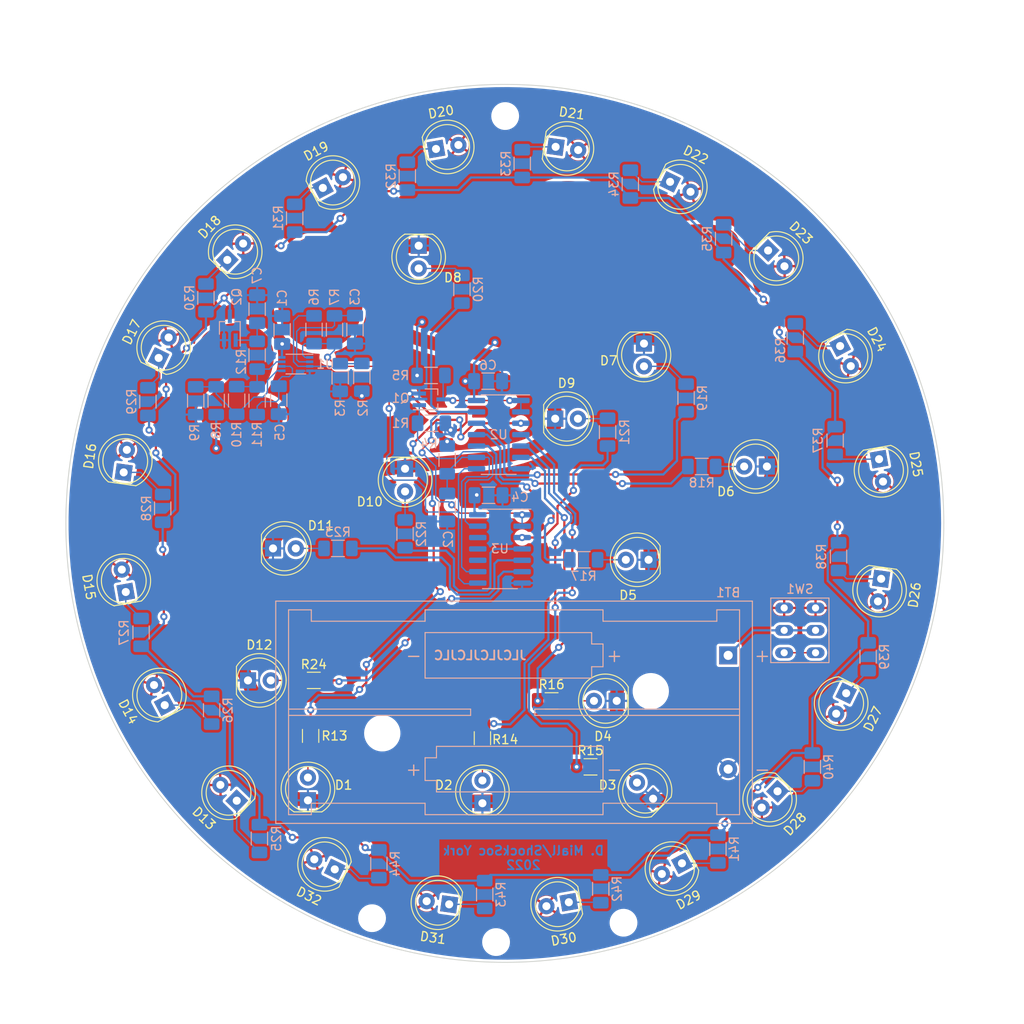
<source format=kicad_pcb>
(kicad_pcb (version 20211014) (generator pcbnew)
  (layers (0 "F.Cu" signal) (31 "B.Cu" signal) (34 "B.Paste" user) (35 "F.Paste" user) (36 "B.SilkS" user "B.Silkscreen") (37 "F.SilkS" user "F.Silkscreen") (38 "B.Mask" user) (39 "F.Mask" user) (44 "Edge.Cuts" user))
  (net 0 "")
  (net 1 "VCC")
  (net 2 "GND")
  (net 3 "/RST")
  (net 4 "Net-(C3-Pad1)")
  (net 5 "Net-(C5-Pad1)")
  (net 6 "Net-(D2-Pad2)")
  (net 7 "Net-(D1-Pad2)")
  (net 8 "Net-(D3-Pad2)")
  (net 9 "Net-(D4-Pad2)")
  (net 10 "Net-(D5-Pad2)")
  (net 11 "Net-(D6-Pad2)")
  (net 12 "Net-(D7-Pad2)")
  (net 13 "Net-(D8-Pad2)")
  (net 14 "Net-(D9-Pad2)")
  (net 15 "Net-(D10-Pad2)")
  (net 16 "Net-(D11-Pad2)")
  (net 17 "Net-(D12-Pad2)")
  (net 18 "Net-(R10-Pad1)")
  (net 19 "Net-(D13-Pad1)")
  (net 20 "Net-(D14-Pad1)")
  (net 21 "Net-(D15-Pad1)")
  (net 22 "Net-(D16-Pad1)")
  (net 23 "Net-(D17-Pad1)")
  (net 24 "Net-(D18-Pad1)")
  (net 25 "Net-(D19-Pad1)")
  (net 26 "Net-(D20-Pad1)")
  (net 27 "Net-(D21-Pad1)")
  (net 28 "Net-(D22-Pad1)")
  (net 29 "Net-(D23-Pad1)")
  (net 30 "Net-(D24-Pad1)")
  (net 31 "Net-(D25-Pad1)")
  (net 32 "Net-(D26-Pad1)")
  (net 33 "Net-(D27-Pad1)")
  (net 34 "Net-(D28-Pad1)")
  (net 35 "Net-(D29-Pad1)")
  (net 36 "Net-(D30-Pad1)")
  (net 37 "Net-(D31-Pad1)")
  (net 38 "Net-(D32-Pad1)")
  (net 39 "/last_op")
  (net 40 "/last_op_inv")
  (net 41 "/Triangle")
  (net 42 "Net-(R2-Pad2)")
  (net 43 "/SH_CLK")
  (net 44 "Net-(R10-Pad2)")
  (net 45 "/Rabbit LEDs/1")
  (net 46 "/Rabbit LEDs/2")
  (net 47 "/Rabbit LEDs/3")
  (net 48 "/Rabbit LEDs/4")
  (net 49 "/Rabbit LEDs/5")
  (net 50 "/Rabbit LEDs/6")
  (net 51 "/Rabbit LEDs/7")
  (net 52 "/casc")
  (net 53 "/Rabbit LEDs/9")
  (net 54 "/Rabbit LEDs/10")
  (net 55 "/Rabbit LEDs/11")
  (net 56 "/Rabbit LEDs/12")
  (net 60 "Net-(BT1-Pad1)")
  (net 61 "unconnected-(SW1-Pad3)")
  (net 62 "/LEDs/OUT_LED_PWR")
  (footprint "LED_THT:LED_D5.0mm" (layer "F.Cu") (at 89.916 83.307 -90)
    (fp_text reference "D8")
    (fp_text value "LED")
  )
  (footprint "Resistor_SMD:R_1206_3216Metric_Pad1.30x1.75mm_HandSolder" (layer "F.Cu") (at 77.851 138.023 -90)
    (fp_text reference "R13")
    (fp_text value "500")
  )
  (footprint "Resistor_SMD:R_1206_3216Metric_Pad1.30x1.75mm_HandSolder" (layer "F.Cu") (at 109.093 141.478)
    (fp_text reference "R15")
    (fp_text value "500")
  )
  (footprint "LED_THT:LED_D5.0mm" (layer "F.Cu") (at 141.301996 107.133895 -80)
    (fp_text reference "D25")
    (fp_text value "LED")
  )
  (footprint "LED_THT:LED_D5.0mm" (layer "F.Cu") (at 57.21911 121.959977 100)
    (fp_text reference "D15")
    (fp_text value "LED")
  )
  (footprint "LED_THT:LED_D5.0mm" (layer "F.Cu") (at 128.783 107.95 180)
    (fp_text reference "D6")
    (fp_text value "LED")
  )
  (footprint "LED_THT:LED_D5.0mm" (layer "F.Cu") (at 141.535096 120.488235 -98)
    (fp_text reference "D26")
    (fp_text value "LED")
  )
  (footprint "LED_THT:LED_D5.0mm" (layer "F.Cu") (at 73.655 117.094)
    (fp_text reference "D11")
    (fp_text value "LED")
  )
  (footprint "" (layer "F.Cu") (at 98.552 161.036)
    (fp_text reference "")
    (fp_text value "")
  )
  (footprint "Resistor_SMD:R_1206_3216Metric_Pad1.30x1.75mm_HandSolder" (layer "F.Cu") (at 78.206 131.826 180)
    (fp_text reference "R24")
    (fp_text value "500")
  )
  (footprint "LED_THT:LED_D5.0mm" (layer "F.Cu") (at 91.847512 72.505493 10)
    (fp_text reference "D20")
    (fp_text value "LED")
  )
  (footprint "LED_THT:LED_D5.0mm" (layer "F.Cu") (at 56.986009 108.605636 82)
    (fp_text reference "D16")
    (fp_text value "LED")
  )
  (footprint "LED_THT:LED_D5.0mm" (layer "F.Cu") (at 128.915518 83.838319 -44)
    (fp_text reference "D23")
    (fp_text value "LED")
  )
  (footprint "Resistor_SMD:R_1206_3216Metric_Pad1.30x1.75mm_HandSolder" (layer "F.Cu") (at 97.028 138.277 -90)
    (fp_text reference "R14")
    (fp_text value "500")
  )
  (footprint "LED_THT:LED_D5.0mm" (layer "F.Cu") (at 106.673594 156.588379 -170)
    (fp_text reference "D30")
    (fp_text value "LED")
  )
  (footprint "LED_THT:LED_D5.0mm" (layer "F.Cu") (at 97.028 145.537 90)
    (fp_text reference "D2")
    (fp_text value "LED")
  )
  (footprint "LED_THT:LED_D5.0mm" (layer "F.Cu") (at 105.201852 72.272392 -8)
    (fp_text reference "D21")
    (fp_text value "LED")
  )
  (footprint "LED_THT:LED_D5.0mm" (layer "F.Cu") (at 115.575 118.364 180)
    (fp_text reference "D5")
    (fp_text value "LED")
  )
  (footprint "LED_THT:LED_D5.0mm" (layer "F.Cu") (at 70.861 131.826)
    (fp_text reference "D12")
    (fp_text value "LED")
  )
  (footprint "LED_THT:LED_D5.0mm" (layer "F.Cu") (at 77.552435 145.212612 90)
    (fp_text reference "D1")
    (fp_text value "LED")
  )
  (footprint "LED_THT:LED_D5.0mm" (layer "F.Cu") (at 88.392 108.199 -90)
    (fp_text reference "D10")
    (fp_text value "LED")
  )
  (footprint "LED_THT:LED_D5.0mm" (layer "F.Cu") (at 69.605587 145.255552 136)
    (fp_text reference "D13")
    (fp_text value "LED")
  )
  (footprint "LED_THT:LED_D5.0mm" (layer "F.Cu") (at 117.974617 76.177418 -26)
    (fp_text reference "D22")
    (fp_text value "LED")
  )
  (footprint "MountingHole:MountingHole_2.5mm" (layer "F.Cu") (at 99.568 68.834)
    (fp_text reference "REF**" hide)
    (fp_text value "MountingHole_2.5mm")
  )
  (footprint "" (layer "F.Cu") (at 84.709 158.369)
    (fp_text reference "")
    (fp_text value "")
  )
  (footprint "LED_THT:LED_D5.0mm" (layer "F.Cu") (at 129.969169 144.201901 -134)
    (fp_text reference "D28")
    (fp_text value "LED")
  )
  (footprint "Library:Rabbit" (layer "F.Cu") (at 99.521521 114.277648)
    (fp_text reference "U4" hide)
    (fp_text value "Rabbit")
  )
  (footprint "LED_THT:LED_D5.0mm" (layer "F.Cu") (at 60.891035 95.832871 64)
    (fp_text reference "D17")
    (fp_text value "LED")
  )
  (footprint "LED_THT:LED_D5.0mm" (layer "F.Cu") (at 119.302293 152.239968 -152)
    (fp_text reference "D29")
    (fp_text value "LED")
  )
  (footprint "Resistor_SMD:R_1206_3216Metric_Pad1.30x1.75mm_HandSolder" (layer "F.Cu") (at 104.749 134.112)
    (fp_text reference "R16")
    (fp_text value "500")
  )
  (footprint "LED_THT:LED_D5.0mm" (layer "F.Cu") (at 136.953585 94.505195 -62)
    (fp_text reference "D24")
    (fp_text value "LED")
  )
  (footprint "LED_THT:LED_D5.0mm" (layer "F.Cu") (at 79.218811 76.853903 28)
    (fp_text reference "D19")
    (fp_text value "LED")
  )
  (footprint "LED_THT:LED_D5.0mm" (layer "F.Cu") (at 112.019 134.112 180)
    (fp_text reference "D4")
    (fp_text value "LED")
  )
  (footprint "LED_THT:LED_D5.0mm" (layer "F.Cu") (at 116.078 145.034 135)
    (fp_text reference "D3")
    (fp_text value "LED")
  )
  (footprint "LED_THT:LED_D5.0mm" (layer "F.Cu") (at 115.062 94.229 -90)
    (fp_text reference "D7")
    (fp_text value "LED")
  )
  (footprint "LED_THT:LED_D5.0mm" (layer "F.Cu") (at 93.319253 156.821479 172)
    (fp_text reference "D31")
    (fp_text value "LED")
  )
  (footprint "" (layer "F.Cu") (at 112.776 158.877)
    (fp_text reference "")
    (fp_text value "")
  )
  (footprint "LED_THT:LED_D5.0mm" (layer "F.Cu") (at 137.63007 133.261 -116)
    (fp_text reference "D27")
    (fp_text value "LED")
  )
  (footprint "LED_THT:LED_D5.0mm" (layer "F.Cu") (at 61.56752 134.588677 118)
    (fp_text reference "D14")
    (fp_text value "LED")
  )
  (footprint "LED_THT:LED_D5.0mm" (layer "F.Cu") (at 105.151 102.616)
    (fp_text reference "D9")
    (fp_text value "LED")
  )
  (footprint "LED_THT:LED_D5.0mm" (layer "F.Cu") (at 68.551936 84.89197 46)
    (fp_text reference "D18")
    (fp_text value "LED")
  )
  (footprint "LED_THT:LED_D5.0mm" (layer "F.Cu") (at 80.546488 152.916453 154)
    (fp_text reference "D32")
    (fp_text value "LED")
  )
  (footprint "Resistor_SMD:R_1206_3216Metric_Pad1.30x1.75mm_HandSolder" (layer "B.Cu") (at 72.136 149.479 90)
    (fp_text reference "R25")
    (fp_text value "200")
  )
  (footprint "Resistor_SMD:R_1206_3216Metric_Pad1.30x1.75mm_HandSolder" (layer "B.Cu") (at 94.742 88.164 90)
    (fp_text reference "R20")
    (fp_text value "500")
  )
  (footprint "Package_TO_SOT_SMD:SOT-323_SC-70_Handsoldering" (layer "B.Cu") (at 68.834 92.516 90)
    (fp_text reference "Q2")
    (fp_text value "NX6008NBKWX")
  )
  (footprint "Capacitor_SMD:C_1206_3216Metric_Pad1.33x1.80mm_HandSolder" (layer "B.Cu") (at 97.709479 111.163352 180)
    (fp_text reference "C4")
    (fp_text value "1u")
  )
  (footprint "Resistor_SMD:R_1206_3216Metric_Pad1.30x1.75mm_HandSolder" (layer "B.Cu") (at 88.392 115.469 90)
    (fp_text reference "R22")
    (fp_text value "500")
  )
  (footprint "Resistor_SMD:R_1206_3216Metric_Pad1.30x1.75mm_HandSolder" (layer "B.Cu") (at 119.761 100.304 90)
    (fp_text reference "R19")
    (fp_text value "500")
  )
  (footprint "Resistor_SMD:R_1206_3216Metric_Pad1.30x1.75mm_HandSolder" (layer "B.Cu") (at 85.471 152.299 90)
    (fp_text reference "R44")
    (fp_text value "200")
  )
  (footprint "Capacitor_SMD:C_1206_3216Metric_Pad1.33x1.80mm_HandSolder" (layer "B.Cu") (at 74.676 92.71 90)
    (fp_text reference "C1")
    (fp_text value "1u")
  )
  (footprint "Resistor_SMD:R_1206_3216Metric_Pad1.30x1.75mm_HandSolder" (layer "B.Cu") (at 91.287 97.79)
    (fp_text reference "R5")
    (fp_text value "100k")
  )
  (footprint "Capacitor_SMD:C_1206_3216Metric_Pad1.33x1.80mm_HandSolder" (layer "B.Cu") (at 97.663 98.425 180)
    (fp_text reference "C6")
    (fp_text value "1u")
  )
  (footprint "Resistor_SMD:R_1206_3216Metric_Pad1.30x1.75mm_HandSolder" (layer "B.Cu") (at 59.69 100.711 -90)
    (fp_text reference "R29")
    (fp_text value "200")
  )
  (footprint "Package_SO:SOIC-14_3.9x8.7mm_P1.27mm" (layer "B.Cu") (at 98.8445 104.394 180)
    (fp_text reference "U2")
    (fp_text value "74HC164")
  )
  (footprint "Battery:BatteryHolder_Keystone_2468_2xAAA" (layer "B.Cu") (at 124.46 129.032 180)
    (fp_text reference "BT1")
    (fp_text value "2*AAA")
  )
  (footprint "Resistor_SMD:R_1206_3216Metric_Pad1.30x1.75mm_HandSolder" (layer "B.Cu") (at 121.513 107.95)
    (fp_text reference "R18")
    (fp_text value "500")
  )
  (footprint "Resistor_SMD:R_1206_3216Metric_Pad1.30x1.75mm_HandSolder" (layer "B.Cu") (at 66.802 135.154 90)
    (fp_text reference "R26")
    (fp_text value "200")
  )
  (footprint "Capacitor_SMD:C_1206_3216Metric_Pad1.33x1.80mm_HandSolder" (layer "B.Cu") (at 71.882 90.3855 90)
    (fp_text reference "C7")
    (fp_text value "1u")
  )
  (footprint "Capacitor_SMD:C_1206_3216Metric_Pad1.33x1.80mm_HandSolder" (layer "B.Cu") (at 82.804 92.6715 -90)
    (fp_text reference "C3")
    (fp_text value "1u")
  )
  (footprint "Resistor_SMD:R_1206_3216Metric_Pad1.30x1.75mm_HandSolder" (layer "B.Cu") (at 131.953 93.573 -90)
    (fp_text reference "R36")
    (fp_text value "200")
  )
  (footprint "Resistor_SMD:R_1206_3216Metric_Pad1.30x1.75mm_HandSolder" (layer "B.Cu") (at 69.596 100.584 -90)
    (fp_text reference "R10")
    (fp_text value "100k")
  )
  (footprint "Package_TO_SOT_SMD:SOT-323_SC-70_Handsoldering" (layer "B.Cu") (at 91.313 100.457)
    (fp_text reference "Q1")
    (fp_text value "NX6008NBKWX")
  )
  (footprint "Resistor_SMD:R_1206_3216Metric_Pad1.30x1.75mm_HandSolder" (layer "B.Cu") (at 93.091 107.214 -90)
    (fp_text reference "R4")
    (fp_text value "500")
  )
  (footprint "Resistor_SMD:R_1206_3216Metric_Pad1.30x1.75mm_HandSolder" (layer "B.Cu") (at 101.473 74.142 -90)
    (fp_text reference "R33")
    (fp_text value "200")
  )
  (footprint "Resistor_SMD:R_1206_3216Metric_Pad1.30x1.75mm_HandSolder" (layer "B.Cu") (at 81.153 98.018 -90)
    (fp_text reference "R3")
    (fp_text value "100k")
  )
  (footprint "Resistor_SMD:R_1206_3216Metric_Pad1.30x1.75mm_HandSolder" (layer "B.Cu") (at 108.331 118.364)
    (fp_text reference "R17")
    (fp_text value "500")
  )
  (footprint "Resistor_SMD:R_1206_3216Metric_Pad1.30x1.75mm_HandSolder" (layer "B.Cu") (at 61.341 112.623 -90)
    (fp_text reference "R28")
    (fp_text value "200")
  )
  (footprint "Resistor_SMD:R_1206_3216Metric_Pad1.30x1.75mm_HandSolder" (layer "B.Cu") (at 80.518 92.684 90)
    (fp_text reference "R7")
    (fp_text value "390k")
  )
  (footprint "Library:MHSS1104" (layer "B.Cu") (at 132.461 126.238 -90)
    (fp_text reference "SW1")
    (fp_text value "MHSS1104")
  )
  (footprint "Resistor_SMD:R_1206_3216Metric_Pad1.30x1.75mm_HandSolder" (layer "B.Cu") (at 83.566 97.992 90)
    (fp_text reference "R2")
    (fp_text value "100k")
  )
  (footprint "Resistor_SMD:R_1206_3216Metric_Pad1.30x1.75mm_HandSolder" (layer "B.Cu") (at 88.646 75.539 -90)
    (fp_text reference "R32")
    (fp_text value "200")
  )
  (footprint "Resistor_SMD:R_1206_3216Metric_Pad1.30x1.75mm_HandSolder" (layer "B.Cu") (at 123.952 82.524 -90)
    (fp_text reference "R35")
    (fp_text value "200")
  )
  (footprint "Resistor_SMD:R_1206_3216Metric_Pad1.30x1.75mm_HandSolder" (layer "B.Cu") (at 58.928 126.466 -90)
    (fp_text reference "R27")
    (fp_text value "200")
  )
  (footprint "Resistor_SMD:R_1206_3216Metric_Pad1.30x1.75mm_HandSolder" (layer "B.Cu") (at 66.167 89.128 -90)
    (fp_text reference "R30")
    (fp_text value "200")
  )
  (footprint "Resistor_SMD:R_1206_3216Metric_Pad1.30x1.75mm_HandSolder" (layer "B.Cu") (at 136.398 105.055 90)
    (fp_text reference "R37")
    (fp_text value "200")
  )
  (footprint "Resistor_SMD:R_1206_3216Metric_Pad1.30x1.75mm_HandSolder" (layer "B.Cu") (at 133.858 141.478 90)
    (fp_text reference "R40")
    (fp_text value "200")
  )
  (footprint "Capacitor_SMD:C_1206_3216Metric_Pad1.33x1.80mm_HandSolder" (layer "B.Cu") (at 74.295 100.5455 -90)
    (fp_text reference "C5")
    (fp_text value "1u")
  )
  (footprint "Resistor_SMD:R_1206_3216Metric_Pad1.30x1.75mm_HandSolder" (layer "B.Cu") (at 113.538 76.428 -90)
    (fp_text reference "R34")
    (fp_text value "200")
  )
  (footprint "Resistor_SMD:R_1206_3216Metric_Pad1.30x1.75mm_HandSolder" (layer "B.Cu") (at 97.282 155.728 90)
    (fp_text reference "R43")
    (fp_text value "200")
  )
  (footprint "Resistor_SMD:R_1206_3216Metric_Pad1.30x1.75mm_HandSolder" (layer "B.Cu") (at 140.081 129.185 90)
    (fp_text reference "R39")
    (fp_text value "200")
  )
  (footprint "Resistor_SMD:R_1206_3216Metric_Pad1.30x1.75mm_HandSolder" (layer "B.Cu") (at 80.899 117.094 180)
    (fp_text reference "R23")
    (fp_text value "500")
  )
  (footprint "Package_SO:VSSOP-8_2.3x2mm_P0.5mm" (layer "B.Cu") (at 76.2 96.52 180)
    (fp_text reference "U1")
    (fp_text value "TC75W56")
  )
  (footprint "Resistor_SMD:R_1206_3216Metric_Pad1.30x1.75mm_HandSolder" (layer "B.Cu") (at 110.998 104.114 90)
    (fp_text reference "R21")
    (fp_text value "500")
  )
  (footprint "Resistor_SMD:R_1206_3216Metric_Pad1.30x1.75mm_HandSolder" (layer "B.Cu") (at 136.779 118.009 90)
    (fp_text reference "R38")
    (fp_text value "200")
  )
  (footprint "Package_SO:SOIC-14_3.9x8.7mm_P1.27mm" (layer "B.Cu") (at 98.983479 117.151352 180)
    (fp_text reference "U3")
    (fp_text value "74HC164")
  )
  (footprint "Resistor_SMD:R_1206_3216Metric_Pad1.30x1.75mm_HandSolder" (layer "B.Cu") (at 78.232 92.684 90)
    (fp_text reference "R6")
    (fp_text value "100k")
  )
  (footprint "Resistor_SMD:R_1206_3216Metric_Pad1.30x1.75mm_HandSolder" (layer "B.Cu") (at 110.236 155.093 90)
    (fp_text reference "R42")
    (fp_text value "200")
  )
  (footprint "Capacitor_SMD:C_1206_3216Metric_Pad1.33x1.80mm_HandSolder" (layer "B.Cu") (at 93.091 112.522 -90)
    (fp_text reference "C2")
    (fp_text value "1u")
  )
  (footprint "Resistor_SMD:R_1206_3216Metric_Pad1.30x1.75mm_HandSolder" (layer "B.Cu") (at 67.31 100.61 90)
    (fp_text reference "R8")
    (fp_text value "100k")
  )
  (footprint "Resistor_SMD:R_1206_3216Metric_Pad1.30x1.75mm_HandSolder" (layer "B.Cu") (at 71.882 95.53 90)
    (fp_text reference "R12")
    (fp_text value "1.5M")
  )
  (footprint "Resistor_SMD:R_1206_3216Metric_Pad1.30x1.75mm_HandSolder" (layer "B.Cu") (at 65.024 100.61 -90)
    (fp_text reference "R9")
    (fp_text value "200k")
  )
  (footprint "Resistor_SMD:R_1206_3216Metric_Pad1.30x1.75mm_HandSolder" (layer "B.Cu") (at 71.882 100.61 -90)
    (fp_text reference "R11")
    (fp_text value "2.7M")
  )
  (footprint "Resistor_SMD:R_1206_3216Metric_Pad1.30x1.75mm_HandSolder" (layer "B.Cu") (at 123.317 150.648 90)
    (fp_text reference "R41")
    (fp_text value "200")
  )
  (footprint "Resistor_SMD:R_1206_3216Metric_Pad1.30x1.75mm_HandSolder" (layer "B.Cu") (at 91.339 103.124 180)
    (fp_text reference "R1")
    (fp_text value "100k")
  )
  (footprint "Resistor_SMD:R_1206_3216Metric_Pad1.30x1.75mm_HandSolder" (layer "B.Cu") (at 76.073 80.238 -90)
    (fp_text reference "R31")
    (fp_text value "200")
  )
  (gr_poly (pts (xy 79.331663 82.236997) (xy 79.703079 82.268146) (xy 80.052887 82.319216) (xy 80.381726 82.389514) (xy 80.690237 82.478349) (xy 80.979057 82.585027) (xy 81.248828 82.708857) (xy 81.500187 82.849147) (xy 81.733775 83.005205) (xy 81.950231 83.176338) (xy 82.150195 83.361854) (xy 82.334305 83.561061) (xy 82.503201 83.773268) (xy 82.657522 83.997781) (xy 82.797909 84.233909) (xy 82.925 84.48096) (xy 83.039435 84.738241) (xy 83.141853 85.005061) (xy 83.313196 85.564546) (xy 83.444144 86.153879) (xy 83.539813 86.767522) (xy 83.605318 87.399939) (xy 83.645774 88.045592) (xy 83.666297 88.698944) (xy 83.672001 89.354458) (xy 83.666084 89.677493) (xy 83.648499 89.99178) (xy 83.619497 90.297221) (xy 83.579329 90.593717) (xy 83.528244 90.881169) (xy 83.466495 91.159478) (xy 83.39433 91.428546) (xy 83.312 91.688273) (xy 83.219757 91.93856) (xy 83.11785 92.179309) (xy 83.006529 92.410421) (xy 82.886047 92.631797) (xy 82.756652 92.843338) (xy 82.618595 93.044944) (xy 82.472127 93.236519) (xy 82.317499 93.417961) (xy 82.154961 93.589173) (xy 81.984763 93.750056) (xy 81.807155 93.90051) (xy 81.622389 94.040438) (xy 81.430715 94.169739) (xy 81.232383 94.288316) (xy 81.027644 94.396069) (xy 80.816749 94.492899) (xy 80.599947 94.578707) (xy 80.377489 94.653396) (xy 80.149626 94.716865) (xy 79.916608 94.769016) (xy 79.678686 94.80975) (xy 79.436111 94.838968) (xy 79.189131 94.856571) (xy 78.938 94.862461) (xy 78.686867 94.856571) (xy 78.439888 94.838968) (xy 78.197311 94.80975) (xy 77.959389 94.769016) (xy 77.726371 94.716864) (xy 77.498508 94.653395) (xy 77.27605 94.578707) (xy 77.059248 94.492898) (xy 76.848352 94.396067) (xy 76.643613 94.288314) (xy 76.445281 94.169738) (xy 76.253607 94.040436) (xy 76.068841 93.900508) (xy 75.891234 93.750054) (xy 75.721036 93.589171) (xy 75.558497 93.417958) (xy 75.403869 93.236516) (xy 75.257402 93.044941) (xy 75.119345 92.843334) (xy 74.989951 92.631793) (xy 74.869468 92.410418) (xy 74.758148 92.179306) (xy 74.656241 91.938557) (xy 74.563998 91.68827) (xy 74.481669 91.428543) (xy 74.409504 91.159476) (xy 74.347754 90.881167) (xy 74.29667 90.593715) (xy 74.256502 90.297219) (xy 74.2275 89.991779) (xy 74.209916 89.677492) (xy 74.203999 89.354458) (xy 74.211121 88.85046) (xy 78.361996 88.85046) (xy 78.362732 88.888847) (xy 78.364936 88.926367) (xy 78.368596 88.962997) (xy 78.373703 88.998714) (xy 78.380247 89.033495) (xy 78.388218 89.067317) (xy 78.397607 89.100157) (xy 78.408403 89.131992) (xy 78.420596 89.162798) (xy 78.434177 89.192553) (xy 78.449136 89.221233) (xy 78.465462 89.248816) (xy 78.483147 89.275278) (xy 78.502179 89.300596) (xy 78.52255 89.324748) (xy 78.544249 89.34771) (xy 78.567266 89.369459) (xy 78.591591 89.389972) (xy 78.617215 89.409226) (xy 78.644128 89.427198) (xy 78.67232 89.443864) (xy 78.70178 89.459203) (xy 78.7325 89.47319) (xy 78.764469 89.485803) (xy 78.797676 89.497018) (xy 78.832114 89.506813) (xy 78.86777 89.515164) (xy 78.904637 89.522048) (xy 78.942702 89.527443) (xy 78.981958 89.531325) (xy 79.022394 89.533671) (xy 79.063999 89.534458) (xy 79.110202 89.533467) (xy 79.154334 89.530538) (xy 79.196436 89.525737) (xy 79.236548 89.51913) (xy 79.274708 89.510783) (xy 79.310956 89.500761) (xy 79.345333 89.489131) (xy 79.377877 89.475958) (xy 79.408628 89.461309) (xy 79.437625 89.445249) (xy 79.464909 89.427844) (xy 79.490518 89.409161) (xy 79.514492 89.389264) (xy 79.536872 89.368221) (xy 79.557695 89.346097) (xy 79.577002 89.322957) (xy 79.594833 89.298868) (xy 79.611227 89.273896) (xy 79.626223 89.248107) (xy 79.639862 89.221566) (xy 79.652182 89.19434) (xy 79.663223 89.166494) (xy 79.681627 89.109207) (xy 79.695391 89.050232) (xy 79.70483 88.990098) (xy 79.710262 88.929331) (xy 79.712002 88.868458) (xy 79.711216 88.818624) (xy 79.708877 88.770372) (xy 79.705016 88.723702) (xy 79.699662 88.678614) (xy 79.692844 88.635108) (xy 79.684593 88.593184) (xy 79.674937 88.552843) (xy 79.663907 88.514083) (xy 79.651533 88.476905) (xy 79.637843 88.44131) (xy 79.622868 88.407296) (xy 79.606637 88.374865) (xy 79.58918 88.344015) (xy 79.570527 88.314748) (xy 79.550707 88.287062) (xy 79.52975 88.260959) (xy 79.507685 88.236437) (xy 79.484543 88.213498) (xy 79.460353 88.192141) (xy 79.435144 88.172366) (xy 79.408946 88.154172) (xy 79.38179 88.137561) (xy 79.353703 88.122532) (xy 79.324718 88.109085) (xy 79.294862 88.09722) (xy 79.264165 88.086937) (xy 79.232658 88.078235) (xy 79.20037 88.071116) (xy 79.16733 88.065579) (xy 79.133569 88.061624) (xy 79.099115 88.059251) (xy 79.063999 88.05846) (xy 79.023976 88.059251) (xy 78.984923 88.06162) (xy 78.946858 88.065565) (xy 78.909802 88.071081) (xy 78.873774 88.078167) (xy 78.838794 88.086818) (xy 78.804882 88.097031) (xy 78.772058 88.108804) (xy 78.740342 88.122132) (xy 78.709752 88.137012) (xy 78.68031 88.153441) (xy 78.652034 88.171416) (xy 78.624945 88.190934) (xy 78.599062 88.211991) (xy 78.574406 88.234584) (xy 78.550995 88.258709) (xy 78.52885 88.284364) (xy 78.50799 88.311544) (xy 78.488435 88.340248) (xy 78.470206 88.370471) (xy 78.453321 88.402209) (xy 78.437801 88.435461) (xy 78.423665 88.470223) (xy 78.410933 88.50649) (xy 78.399625 88.544261) (xy 78.38976 88.583531) (xy 78.381359 88.624297) (xy 78.374441 88.666557) (xy 78.369026 88.710306) (xy 78.365133 88.755542) (xy 78.362783 88.802261) (xy 78.361996 88.85046) (xy 74.211121 88.85046) (xy 74.213262 88.698944) (xy 74.243514 88.045592) (xy 74.298446 87.399939) (xy 74.381748 86.767522) (xy 74.497114 86.153879) (xy 74.567973 85.855827) (xy 74.648233 85.564546) (xy 74.738354 85.280726) (xy 74.838797 85.005061) (xy 74.950025 84.738241) (xy 75.072498 84.48096) (xy 75.206679 84.233909) (xy 75.353028 83.997781) (xy 75.512006 83.773268) (xy 75.684076 83.561061) (xy 75.869699 83.361854) (xy 76.069336 83.176338) (xy 76.283449 83.005205) (xy 76.512499 82.849147) (xy 76.756947 82.708857) (xy 77.017255 82.585027) (xy 77.293884 82.478349) (xy 77.587296 82.389514) (xy 77.897952 82.319216) (xy 78.226314 82.268146) (xy 78.572842 82.236997) (xy 78.938 82.22646)) (layer "F.Cu") (width 0) (fill solid))
  (gr_poly (pts (xy 122.124681 80.922628) (xy 122.485353 80.949536) (xy 122.86588 80.992132) (xy 123.256742 81.053502) (xy 123.648422 81.13673) (xy 124.031401 81.244901) (xy 124.396161 81.3811) (xy 124.568733 81.460675) (xy 124.733182 81.548413) (xy 124.888316 81.644701) (xy 125.032946 81.749924) (xy 125.165882 81.864468) (xy 125.285935 81.988718) (xy 125.391915 82.12306) (xy 125.482631 82.26788) (xy 125.564914 82.431256) (xy 125.633377 82.593819) (xy 125.688755 82.75528) (xy 125.731784 82.915354) (xy 125.763198 83.073753) (xy 125.783732 83.230191) (xy 125.794121 83.384382) (xy 125.795101 83.536037) (xy 125.787406 83.684872) (xy 125.771771 83.830599) (xy 125.748931 83.97293) (xy 125.719621 84.111581) (xy 125.684577 84.246262) (xy 125.644532 84.376689) (xy 125.600223 84.502575) (xy 125.552383 84.623631) (xy 125.501749 84.739573) (xy 125.449055 84.850112) (xy 125.395036 84.954963) (xy 125.340427 85.053838) (xy 125.232379 85.232515) (xy 125.13079 85.38385) (xy 125.041542 85.505547) (xy 124.970513 85.595314) (xy 124.906634 85.669881) (xy 125.075743 85.752885) (xy 125.235613 85.842854) (xy 125.386498 85.939157) (xy 125.528653 86.041166) (xy 125.66233 86.14825) (xy 125.787785 86.259781) (xy 125.905269 86.375128) (xy 126.015039 86.493662) (xy 126.117346 86.614754) (xy 126.212445 86.737774) (xy 126.30059 86.862092) (xy 126.382034 86.98708) (xy 126.457032 87.112107) (xy 126.525836 87.236544) (xy 126.588702 87.359762) (xy 126.645882 87.48113) (xy 126.7442 87.715803) (xy 126.822823 87.935525) (xy 126.88378 88.13526) (xy 126.9291 88.309974) (xy 126.960816 88.454628) (xy 126.980956 88.564188) (xy 126.994632 88.65788) (xy 127.021693 88.966988) (xy 127.032666 89.263318) (xy 127.028551 89.547065) (xy 127.010346 89.818422) (xy 126.97905 90.077584) (xy 126.935661 90.324746) (xy 126.881178 90.560102) (xy 126.816599 90.783847) (xy 126.742924 90.996175) (xy 126.661151 91.19728) (xy 126.572279 91.387357) (xy 126.477306 91.5666) (xy 126.37723 91.735205) (xy 126.273052 91.893364) (xy 126.165769 92.041274) (xy 126.056379 92.179127) (xy 125.945883 92.30712) (xy 125.835277 92.425445) (xy 125.725561 92.534298) (xy 125.617734 92.633873) (xy 125.41174 92.805968) (xy 125.225285 92.943284) (xy 125.066356 93.047377) (xy 124.942945 93.119803) (xy 124.834628 93.175877) (xy 124.498529 93.31099) (xy 124.165561 93.426735) (xy 123.836218 93.524103) (xy 123.510996 93.604082) (xy 123.190387 93.66766) (xy 122.874887 93.715826) (xy 122.564991 93.74957) (xy 122.261191 93.769879) (xy 121.963984 93.777743) (xy 121.673862 93.774151) (xy 121.391321 93.760091) (xy 121.116855 93.736552) (xy 120.850959 93.704522) (xy 120.594126 93.664991) (xy 120.346851 93.618947) (xy 120.109629 93.56738) (xy 119.667319 93.451628) (xy 119.271152 93.325645) (xy 118.925082 93.197342) (xy 118.633066 93.074629) (xy 118.399057 92.965416) (xy 118.227011 92.877613) (xy 118.084628 92.797879) (xy 117.891557 92.659239) (xy 117.720044 92.520277) (xy 117.642056 92.450771) (xy 117.569078 92.381301) (xy 117.500984 92.311905) (xy 117.437647 92.242622) (xy 117.378941 92.17349) (xy 117.324739 92.104549) (xy 117.229342 91.967393) (xy 117.150444 91.831462) (xy 117.087034 91.697068) (xy 117.038099 91.564519) (xy 117.002628 91.434126) (xy 116.979609 91.306198) (xy 116.968031 91.181045) (xy 116.96688 91.058977) (xy 116.975145 90.940304) (xy 116.991816 90.825335) (xy 117.015879 90.714381) (xy 117.046322 90.607751) (xy 117.082135 90.505755) (xy 117.122305 90.408703) (xy 117.165821 90.316905) (xy 117.211669 90.23067) (xy 117.25884 90.150308) (xy 117.353098 90.008444) (xy 117.440502 89.893791) (xy 117.512954 89.808827) (xy 117.58063 89.737881) (xy 117.678232 89.647612) (xy 117.778415 89.568802) (xy 117.880806 89.500888) (xy 117.985033 89.443307) (xy 118.090723 89.395495) (xy 118.197504 89.356888) (xy 118.305004 89.326924) (xy 118.412849 89.305037) (xy 118.520669 89.290665) (xy 118.628089 89.283245) (xy 118.734738 89.282212) (xy 118.840244 89.287002) (xy 118.944233 89.297053) (xy 119.046334 89.3118) (xy 119.146174 89.330681) (xy 119.243381 89.353131) (xy 119.337581 89.378587) (xy 119.428403 89.406485) (xy 119.598423 89.467354) (xy 119.750461 89.531228) (xy 119.881536 89.5936) (xy 119.988671 89.64996) (xy 120.068884 89.695799) (xy 120.13663 89.737881) (xy 120.23993 89.798371) (xy 120.340553 89.851814) (xy 120.438461 89.898546) (xy 120.533614 89.938904) (xy 120.625971 89.973225) (xy 120.715494 90.001843) (xy 120.802143 90.025095) (xy 120.885879 90.043318) (xy 120.966661 90.056848) (xy 121.044451 90.066021) (xy 121.119208 90.071172) (xy 121.190894 90.072639) (xy 121.259468 90.070757) (xy 121.324892 90.065863) (xy 121.387125 90.058292) (xy 121.446128 90.048382) (xy 121.501861 90.036467) (xy 121.554286 90.022885) (xy 121.603362 90.007971) (xy 121.64905 89.992062) (xy 121.69131 89.975493) (xy 121.730102 89.958602) (xy 121.797128 89.925195) (xy 121.849809 89.89453) (xy 121.887831 89.869297) (xy 121.918628 89.845883) (xy 121.968238 89.799974) (xy 122.012605 89.753462) (xy 122.051968 89.706481) (xy 122.086569 89.659168) (xy 122.116648 89.611657) (xy 122.142445 89.564084) (xy 122.164202 89.516583) (xy 122.182158 89.469289) (xy 122.196555 89.422339) (xy 122.207634 89.375866) (xy 122.215633 89.330006) (xy 122.220795 89.284895) (xy 122.22336 89.240667) (xy 122.223568 89.197457) (xy 122.22166 89.155401) (xy 122.217877 89.114633) (xy 122.21246 89.07529) (xy 122.205647 89.037505) (xy 122.197682 89.001414) (xy 122.188803 88.967153) (xy 122.16927 88.904658) (xy 122.148972 88.851102) (xy 122.129833 88.807566) (xy 122.11378 88.77513) (xy 122.098628 88.747884) (xy 122.068246 88.700614) (xy 122.034657 88.656604) (xy 121.998134 88.615739) (xy 121.958952 88.577902) (xy 121.917384 88.542979) (xy 121.873703 88.510854) (xy 121.828182 88.481412) (xy 121.781097 88.454538) (xy 121.732719 88.430116) (xy 121.683323 88.408031) (xy 121.633182 88.388167) (xy 121.582569 88.370409) (xy 121.481025 88.34075) (xy 121.380877 88.318131) (xy 121.284316 88.30163) (xy 121.19353 88.290323) (xy 121.110706 88.283287) (xy 121.038033 88.2796) (xy 120.931896 88.27858) (xy 120.892627 88.279881) (xy 120.688729 88.274873) (xy 120.498591 88.260273) (xy 120.321736 88.236721) (xy 120.157685 88.204858) (xy 120.005961 88.165321) (xy 119.866086 88.118751) (xy 119.737582 88.065787) (xy 119.619971 88.007068) (xy 119.512774 87.943234) (xy 119.415515 87.874925) (xy 119.327715 87.802778) (xy 119.248896 87.727435) (xy 119.178581 87.649534) (xy 119.116291 87.569715) (xy 119.061549 87.488617) (xy 119.013877 87.40688) (xy 118.972796 87.325143) (xy 118.93783 87.244045) (xy 118.908499 87.164226) (xy 118.884326 87.086325) (xy 118.849543 86.938836) (xy 118.829658 86.806692) (xy 118.820847 86.695009) (xy 118.819287 86.608903) (xy 118.822627 86.533879) (xy 118.828514 86.410043) (xy 118.845672 86.291596) (xy 118.873351 86.178441) (xy 118.910799 86.070485) (xy 118.957265 85.96763) (xy 119.011996 85.869782) (xy 119.074243 85.776845) (xy 119.143252 85.688723) (xy 119.218274 85.605321) (xy 119.298555 85.526543) (xy 119.383346 85.452294) (xy 119.471893 85.382477) (xy 119.563447 85.316998) (xy 119.657255 85.255761) (xy 119.848628 85.14563) (xy 120.040001 85.051319) (xy 120.225363 84.972063) (xy 120.398701 84.907099) (xy 120.554004 84.855661) (xy 120.786457 84.790305) (xy 120.874629 84.769879) (xy 120.523811 84.803137) (xy 120.196444 84.822473) (xy 119.891719 84.828731) (xy 119.60883 84.822754) (xy 119.346968 84.805387) (xy 119.105327 84.777473) (xy 118.883098 84.739856) (xy 118.679475 84.693379) (xy 118.49365 84.638887) (xy 118.324815 84.577223) (xy 118.172162 84.509231) (xy 118.034886 84.435754) (xy 117.912177 84.357637) (xy 117.803228 84.275723) (xy 117.707232 84.190856) (xy 117.623382 84.10388) (xy 117.550869 84.015638) (xy 117.488887 83.926974) (xy 117.436628 83.838732) (xy 117.393284 83.751755) (xy 117.358048 83.666888) (xy 117.330112 83.584974) (xy 117.308669 83.506857) (xy 117.292912 83.43338) (xy 117.275224 83.303724) (xy 117.270588 83.202756) (xy 117.274631 83.113881) (xy 117.288229 82.91754) (xy 117.321398 82.733262) (xy 117.372826 82.560665) (xy 117.441202 82.399366) (xy 117.525213 82.248984) (xy 117.623549 82.109134) (xy 117.734896 81.979437) (xy 117.857945 81.859508) (xy 117.991381 81.748966) (xy 118.133895 81.647428) (xy 118.284174 81.554512) (xy 118.440906 81.469836) (xy 118.60278 81.393017) (xy 118.768483 81.323674) (xy 119.106132 81.205883) (xy 119.44336 81.113404) (xy 119.769671 81.043179) (xy 120.074573 80.99215) (xy 120.34757 80.957257) (xy 120.755874 80.923647) (xy 120.910632 80.917882) (xy 121.500975 80.903538)) (layer "F.Cu") (width 0) (fill solid))
  (gr_poly (pts (xy 106.886895 76.096368) (xy 107.153653 76.113079) (xy 107.407109 76.140034) (xy 107.64755 76.176444) (xy 107.875261 76.221523) (xy 108.090531 76.274482) (xy 108.293646 76.334534) (xy 108.484892 76.400891) (xy 108.664556 76.472765) (xy 108.832926 76.549369) (xy 108.990287 76.629915) (xy 109.136926 76.713615) (xy 109.273131 76.799681) (xy 109.399187 76.887326) (xy 109.515383 76.975762) (xy 109.622003 77.064202) (xy 109.719336 77.151857) (xy 109.807668 77.23794) (xy 109.887285 77.321663) (xy 109.958475 77.402238) (xy 110.076719 77.550795) (xy 110.164693 77.677309) (xy 110.224692 77.775479) (xy 110.269938 77.861576) (xy 110.414931 78.155467) (xy 110.53361 78.449476) (xy 110.627399 78.742984) (xy 110.69772 79.035372) (xy 110.745999 79.326019) (xy 110.773658 79.614307) (xy 110.782123 79.899615) (xy 110.772815 80.181324) (xy 110.74716 80.458815) (xy 110.706581 80.731467) (xy 110.652502 80.998661) (xy 110.586347 81.259777) (xy 110.509539 81.514197) (xy 110.423503 81.761299) (xy 110.329662 82.000465) (xy 110.22944 82.231074) (xy 110.124262 82.452508) (xy 110.01555 82.664147) (xy 109.793221 83.055559) (xy 109.573846 83.400354) (xy 109.368815 83.693575) (xy 109.189518 83.930265) (xy 109.047346 84.105466) (xy 108.919939 84.251576) (xy 109.046642 84.252701) (xy 109.19189 84.260119) (xy 109.380064 84.277451) (xy 109.60241 84.308705) (xy 109.850174 84.357889) (xy 110.114601 84.429011) (xy 110.250329 84.47405) (xy 110.386939 84.526077) (xy 110.523339 84.585593) (xy 110.658433 84.653097) (xy 110.791128 84.729092) (xy 110.92033 84.814078) (xy 111.044943 84.908556) (xy 111.163875 85.013028) (xy 111.27603 85.127993) (xy 111.380315 85.253954) (xy 111.475634 85.39141) (xy 111.560895 85.540864) (xy 111.635002 85.702816) (xy 111.696862 85.877766) (xy 111.74538 86.066217) (xy 111.779462 86.268669) (xy 111.798013 86.485622) (xy 111.79994 86.717579) (xy 111.778941 86.942375) (xy 111.730665 87.15139) (xy 111.656945 87.345191) (xy 111.559613 87.524345) (xy 111.440501 87.689419) (xy 111.301443 87.84098) (xy 111.14427 87.979595) (xy 110.970816 88.10583) (xy 110.782912 88.220252) (xy 110.582392 88.323429) (xy 110.371088 88.415928) (xy 110.150832 88.498314) (xy 109.923456 88.571156) (xy 109.690795 88.635019) (xy 109.216941 88.73808) (xy 108.743931 88.812031) (xy 108.286425 88.861408) (xy 107.859083 88.890746) (xy 107.476566 88.90458) (xy 106.904644 88.903877) (xy 106.687941 88.89558) (xy 106.339206 88.887904) (xy 106.011442 88.868761) (xy 105.704001 88.838919) (xy 105.416234 88.799147) (xy 105.14749 88.750213) (xy 104.897121 88.692883) (xy 104.664477 88.627927) (xy 104.44891 88.556112) (xy 104.249769 88.478207) (xy 104.066405 88.394978) (xy 103.89817 88.307195) (xy 103.744413 88.215624) (xy 103.604487 88.121035) (xy 103.47774 88.024194) (xy 103.363524 87.92587) (xy 103.261191 87.826831) (xy 103.170089 87.727845) (xy 103.089571 87.629679) (xy 103.018986 87.533102) (xy 102.957687 87.438881) (xy 102.905022 87.347785) (xy 102.860343 87.260582) (xy 102.792347 87.100924) (xy 102.748502 86.966051) (xy 102.723616 86.862107) (xy 102.70994 86.77158) (xy 102.692648 86.584688) (xy 102.684452 86.405172) (xy 102.685062 86.232709) (xy 102.69419 86.066977) (xy 102.711544 85.907652) (xy 102.736834 85.754411) (xy 102.769771 85.606931) (xy 102.810064 85.46489) (xy 102.857424 85.327964) (xy 102.91156 85.19583) (xy 102.972183 85.068165) (xy 103.039002 84.944647) (xy 103.111727 84.824952) (xy 103.190068 84.708757) (xy 103.273736 84.595739) (xy 103.362439 84.485576) (xy 103.553795 84.27252) (xy 103.761814 84.067005) (xy 103.984178 83.866447) (xy 104.218565 83.668263) (xy 105.229941 82.847576) (xy 105.353725 82.739489) (xy 105.474346 82.624967) (xy 105.590326 82.504751) (xy 105.700189 82.379577) (xy 105.802458 82.250185) (xy 105.895657 82.117312) (xy 105.97831 81.981697) (xy 106.048938 81.844078) (xy 106.079283 81.774748) (xy 106.106067 81.705194) (xy 106.129108 81.635507) (xy 106.14822 81.565782) (xy 106.163218 81.496109) (xy 106.173919 81.426581) (xy 106.180137 81.35729) (xy 106.181689 81.288329) (xy 106.178388 81.219789) (xy 106.170052 81.151764) (xy 106.156495 81.084346) (xy 106.137533 81.017626) (xy 106.11298 80.951697) (xy 106.082654 80.886651) (xy 106.046368 80.822581) (xy 106.003939 80.759579) (xy 105.944982 80.684268) (xy 105.883071 80.616726) (xy 105.818524 80.556599) (xy 105.751657 80.503536) (xy 105.682785 80.457183) (xy 105.612227 80.417187) (xy 105.540297 80.383197) (xy 105.467312 80.35486) (xy 105.393589 80.331822) (xy 105.319445 80.313731) (xy 105.245195 80.300235) (xy 105.171156 80.290981) (xy 105.097644 80.285616) (xy 105.024976 80.283787) (xy 104.953468 80.285142) (xy 104.883437 80.289329) (xy 104.815199 80.295994) (xy 104.74907 80.304784) (xy 104.624406 80.327333) (xy 104.511976 80.354153) (xy 104.414312 80.382423) (xy 104.333945 80.409322) (xy 104.273406 80.432028) (xy 104.221937 80.453579) (xy 104.075929 80.477696) (xy 103.938125 80.48979) (xy 103.80829 80.490598) (xy 103.686191 80.48086) (xy 103.571593 80.461313) (xy 103.464263 80.432695) (xy 103.363966 80.395746) (xy 103.270468 80.351203) (xy 103.183536 80.299805) (xy 103.102935 80.242289) (xy 103.028432 80.179395) (xy 102.959792 80.11186) (xy 102.896782 80.040422) (xy 102.839167 79.965821) (xy 102.786713 79.888793) (xy 102.739187 79.810079) (xy 102.696354 79.730415) (xy 102.65798 79.65054) (xy 102.593675 79.49311) (xy 102.5444 79.343697) (xy 102.508281 79.208205) (xy 102.483448 79.092541) (xy 102.468027 79.002611) (xy 102.457937 78.92358) (xy 102.458608 78.701728) (xy 102.479963 78.491593) (xy 102.520646 78.292869) (xy 102.579297 78.105248) (xy 102.654561 77.928425) (xy 102.745077 77.762092) (xy 102.849489 77.605944) (xy 102.966439 77.459674) (xy 103.094568 77.322975) (xy 103.232519 77.195541) (xy 103.378934 77.077065) (xy 103.532454 76.967241) (xy 103.691723 76.865762) (xy 103.855382 76.772321) (xy 104.022073 76.686613) (xy 104.190439 76.608331) (xy 104.526761 76.472817) (xy 104.853486 76.363327) (xy 105.159749 76.27741) (xy 105.434689 76.212613) (xy 105.847142 76.13657) (xy 106.003939 76.115582) (xy 106.003939 76.115574) (xy 106.312324 76.096828) (xy 106.606547 76.090688)) (layer "F.Cu") (width 0) (fill solid))
  (gr_poly (pts (xy 69.836962 91.95714) (xy 70.10372 91.973851) (xy 70.357176 92.000806) (xy 70.597617 92.037216) (xy 70.825328 92.082295) (xy 71.040598 92.135254) (xy 71.243713 92.195306) (xy 71.434959 92.261663) (xy 71.614623 92.333537) (xy 71.782993 92.410141) (xy 71.940354 92.490687) (xy 72.086993 92.574387) (xy 72.223198 92.660453) (xy 72.349254 92.748098) (xy 72.46545 92.836534) (xy 72.57207 92.924974) (xy 72.669403 93.012629) (xy 72.757735 93.098712) (xy 72.837352 93.182435) (xy 72.908542 93.26301) (xy 73.026786 93.411567) (xy 73.11476 93.538081) (xy 73.174759 93.636251) (xy 73.220005 93.722348) (xy 73.364998 94.016239) (xy 73.483677 94.310248) (xy 73.577466 94.603756) (xy 73.647787 94.896144) (xy 73.696066 95.186791) (xy 73.723725 95.475079) (xy 73.73219 95.760387) (xy 73.722882 96.042096) (xy 73.697227 96.319587) (xy 73.656648 96.592239) (xy 73.602569 96.859433) (xy 73.536414 97.120549) (xy 73.459606 97.374969) (xy 73.37357 97.622071) (xy 73.279729 97.861237) (xy 73.179507 98.091846) (xy 73.074329 98.31328) (xy 72.965617 98.524919) (xy 72.743288 98.916331) (xy 72.523913 99.261126) (xy 72.318882 99.554347) (xy 72.139585 99.791037) (xy 71.997413 99.966238) (xy 71.870006 100.112348) (xy 71.996709 100.113473) (xy 72.141957 100.120891) (xy 72.330131 100.138223) (xy 72.552477 100.169477) (xy 72.800241 100.218661) (xy 73.064668 100.289783) (xy 73.200396 100.334822) (xy 73.337006 100.386849) (xy 73.473406 100.446365) (xy 73.6085 100.513869) (xy 73.741195 100.589864) (xy 73.870397 100.67485) (xy 73.99501 100.769328) (xy 74.113942 100.8738) (xy 74.226097 100.988765) (xy 74.330382 101.114726) (xy 74.425701 101.252182) (xy 74.510962 101.401636) (xy 74.585069 101.563588) (xy 74.646929 101.738538) (xy 74.695447 101.926989) (xy 74.729529 102.129441) (xy 74.74808 102.346394) (xy 74.750007 102.578351) (xy 74.729008 102.803147) (xy 74.680732 103.012162) (xy 74.607012 103.205963) (xy 74.50968 103.385117) (xy 74.390568 103.550191) (xy 74.25151 103.701752) (xy 74.094337 103.840367) (xy 73.920883 103.966602) (xy 73.732979 104.081024) (xy 73.532459 104.184201) (xy 73.321155 104.2767) (xy 73.100899 104.359086) (xy 72.873523 104.431928) (xy 72.640862 104.495791) (xy 72.167008 104.598852) (xy 71.693998 104.672803) (xy 71.236492 104.72218) (xy 70.80915 104.751518) (xy 70.426633 104.765352) (xy 69.854711 104.764649) (xy 69.638008 104.756352) (xy 69.289273 104.748676) (xy 68.961509 104.729533) (xy 68.654068 104.699691) (xy 68.366301 104.659919) (xy 68.097557 104.610985) (xy 67.847188 104.553655) (xy 67.614544 104.488699) (xy 67.398977 104.416884) (xy 67.199836 104.338979) (xy 67.016472 104.25575) (xy 66.848237 104.167967) (xy 66.69448 104.076396) (xy 66.554554 103.981807) (xy 66.427807 103.884966) (xy 66.313591 103.786642) (xy 66.211258 103.687603) (xy 66.120156 103.588617) (xy 66.039638 103.490451) (xy 65.969053 103.393874) (xy 65.907754 103.299653) (xy 65.855089 103.208557) (xy 65.81041 103.121354) (xy 65.742414 102.961696) (xy 65.698569 102.826823) (xy 65.673683 102.722879) (xy 65.660007 102.632352) (xy 65.642715 102.44546) (xy 65.634519 102.265944) (xy 65.635129 102.093481) (xy 65.644257 101.927749) (xy 65.661611 101.768424) (xy 65.686901 101.615183) (xy 65.719838 101.467703) (xy 65.760131 101.325662) (xy 65.807491 101.188736) (xy 65.861627 101.056602) (xy 65.92225 100.928937) (xy 65.989069 100.805419) (xy 66.061794 100.685724) (xy 66.140135 100.569529) (xy 66.223803 100.456511) (xy 66.312506 100.346348) (xy 66.503862 100.133292) (xy 66.711881 99.927777) (xy 66.934245 99.727219) (xy 67.168632 99.529035) (xy 68.180008 98.708348) (xy 68.303792 98.600261) (xy 68.424413 98.485739) (xy 68.540393 98.365523) (xy 68.650256 98.240349) (xy 68.752525 98.110957) (xy 68.845724 97.978084) (xy 68.928377 97.842469) (xy 68.999005 97.70485) (xy 69.02935 97.63552) (xy 69.056134 97.565966) (xy 69.079175 97.496279) (xy 69.098287 97.426554) (xy 69.113285 97.356881) (xy 69.123986 97.287353) (xy 69.130204 97.218062) (xy 69.131756 97.149101) (xy 69.128455 97.080561) (xy 69.120119 97.012536) (xy 69.106562 96.945118) (xy 69.0876 96.878398) (xy 69.063047 96.812469) (xy 69.032721 96.747423) (xy 68.996435 96.683353) (xy 68.954006 96.620351) (xy 68.895049 96.54504) (xy 68.833138 96.477498) (xy 68.768591 96.417371) (xy 68.701724 96.364308) (xy 68.632852 96.317955) (xy 68.562294 96.277959) (xy 68.490364 96.243969) (xy 68.417379 96.215632) (xy 68.343656 96.192594) (xy 68.269512 96.174503) (xy 68.195262 96.161007) (xy 68.121223 96.151753) (xy 68.047711 96.146388) (xy 67.975043 96.144559) (xy 67.903535 96.145914) (xy 67.833504 96.150101) (xy 67.765266 96.156766) (xy 67.699137 96.165556) (xy 67.574473 96.188105) (xy 67.462043 96.214925) (xy 67.364379 96.243195) (xy 67.284012 96.270094) (xy 67.223473 96.2928) (xy 67.172004 96.314351) (xy 67.025996 96.338468) (xy 66.888192 96.350562) (xy 66.758357 96.35137) (xy 66.636258 96.341632) (xy 66.52166 96.322085) (xy 66.41433 96.293467) (xy 66.314033 96.256518) (xy 66.220535 96.211975) (xy 66.133603 96.160577) (xy 66.053002 96.103061) (xy 65.978499 96.040167) (xy 65.909859 95.972632) (xy 65.846849 95.901194) (xy 65.789234 95.826593) (xy 65.73678 95.749565) (xy 65.689254 95.670851) (xy 65.646421 95.591187) (xy 65.608047 95.511312) (xy 65.543742 95.353882) (xy 65.494467 95.204469) (xy 65.458348 95.068977) (xy 65.433515 94.953313) (xy 65.418094 94.863383) (xy 65.408004 94.784352) (xy 65.408675 94.5625) (xy 65.43003 94.352365) (xy 65.470713 94.153641) (xy 65.529364 93.96602) (xy 65.604628 93.789197) (xy 65.695144 93.622864) (xy 65.799556 93.466716) (xy 65.916506 93.320446) (xy 66.044635 93.183747) (xy 66.182586 93.056313) (xy 66.329001 92.937837) (xy 66.482521 92.828013) (xy 66.64179 92.726534) (xy 66.805449 92.633093) (xy 66.97214 92.547385) (xy 67.140506 92.469103) (xy 67.476828 92.333589) (xy 67.803553 92.224099) (xy 68.109816 92.138182) (xy 68.384756 92.073385) (xy 68.797209 91.997342) (xy 68.954006 91.976354) (xy 68.954006 91.976346) (xy 69.262391 91.9576) (xy 69.556614 91.95146)) (layer "F.Cu") (width 0) (fill solid))
  (gr_circle (center 99.53 114.3) (end 148.53 114.3) (layer "Edge.Cuts") (width 0.1) (fill none))
  (gr_text "D. Miall/ShockSoc York\n2022" (at 101.6 151.638) (layer "B.Cu") (effects (font (size 1 1) (thickness 0.2)) (justify mirror)))
  (gr_text "JLCJLCJLCJLC" (at 96.774 129.032) (layer "B.SilkS") (effects (font (size 1 1) (thickness 0.2)) (justify mirror)))
  (via (at 90.297 91.821) (size 0.8) (drill 0.4) (layers "F.Cu" "B.Cu") (net 1))
  (via (at 83.566 100.076) (size 0.8) (drill 0.4) (layers "F.Cu" "B.Cu") (net 1))
  (via (at 74.676 94.2725) (size 0.8) (drill 0.4) (layers "F.Cu" "B.Cu") (net 1))
  (via (at 67.31 105.918) (size 0.8) (drill 0.4) (layers "F.Cu" "B.Cu") (net 1))
  (via (at 96.393 111.125) (size 0.8) (drill 0.4) (layers "F.Cu" "B.Cu") (net 1))
  (via (at 93.091 105.156) (size 0.8) (drill 0.4) (layers "F.Cu" "B.Cu") (net 1))
  (via (at 95.123 98.425) (size 0.8) (drill 0.4) (layers "F.Cu" "B.Cu") (net 1))
  (via (at 89.737 97.79) (size 0.8) (drill 0.4) (layers "F.Cu" "B.Cu") (net 1))
  (via (at 98.425 94.107) (size 0.8) (drill 0.4) (layers "F.Cu" "B.Cu") (net 1))
  (segment (start 67.31 102.16) (end 67.31 105.918) (width 0.25) (layer "B.Cu") (net 1))
  (segment (start 96.354648 111.163352) (end 96.393 111.125) (width 0.25) (layer "B.Cu") (net 1))
  (segment (start 96.1005 100.315) (end 96.3695 100.584) (width 0.25) (layer "B.Cu") (net 1))
  (segment (start 74.65 94.2985) (end 74.676 94.2725) (width 0.25) (layer "B.Cu") (net 1))
  (segment (start 93.091 105.664) (end 93.091 105.156) (width 0.25) (layer "B.Cu") (net 1))
  (segment (start 89.737 97.79) (end 89.737 92.381) (width 0.25) (layer "B.Cu") (net 1))
  (segment (start 89.737 92.381) (end 90.297 91.821) (width 0.25) (layer "B.Cu") (net 1))
  (segment (start 96.146979 112.979852) (end 96.508479 113.341352) (width 0.25) (layer "B.Cu") (net 1))
  (segment (start 96.1005 96.4315) (end 98.425 94.107) (width 0.25) (layer "B.Cu") (net 1))
  (segment (start 96.146979 111.163352) (end 96.146979 112.979852) (width 0.25) (layer "B.Cu") (net 1))
  (segment (start 96.1005 98.425) (end 96.1005 96.4315) (width 0.25) (layer "B.Cu") (net 1))
  (segment (start 83.566 99.542) (end 83.566 100.076) (width 0.25) (layer "B.Cu") (net 1))
  (segment (start 96.1005 98.425) (end 95.123 98.425) (width 0.25) (layer "B.Cu") (net 1))
  (segment (start 96.146979 111.163352) (end 96.354648 111.163352) (width 0.25) (layer "B.Cu") (net 1))
  (segment (start 74.65 95.77) (end 74.65 94.2985) (width 0.25) (layer "B.Cu") (net 1))
  (segment (start 96.1005 98.425) (end 96.1005 100.315) (width 0.25) (layer "B.Cu") (net 1))
  (segment (start 93.472 103.886) (end 94.370305 103.886) (width 0.25) (layer "F.Cu") (net 2))
  (segment (start 95.25 102.108) (end 95.16 102.018) (width 0.25) (layer "F.Cu") (net 2))
  (segment (start 91.096 102.018) (end 88.9 99.822) (width 0.25) (layer "F.Cu") (net 2))
  (segment (start 95.25 103.006305) (end 95.25 102.108) (width 0.25) (layer "F.Cu") (net 2))
  (segment (start 94.370305 103.886) (end 95.25 103.006305) (width 0.25) (layer "F.Cu") (net 2))
  (segment (start 95.16 102.018) (end 91.096 102.018) (width 0.25) (layer "F.Cu") (net 2))
  (via (at 88.9 99.822) (size 0.8) (drill 0.4) (layers "F.Cu" "B.Cu") (net 2))
  (via (at 93.472 103.886) (size 0.8) (drill 0.4) (layers "F.Cu" "B.Cu") (net 2))
  (segment (start 89.968 99.822) (end 89.983 99.807) (width 0.25) (layer "B.Cu") (net 2))
  (segment (start 78.855 97.27) (end 81.153 99.568) (width 0.25) (layer "B.Cu") (net 2))
  (segment (start 99.949 107.823) (end 99.949 105.283) (width 0.25) (layer "B.Cu") (net 2))
  (segment (start 92.889 103.303) (end 93.472 103.886) (width 0.25) (layer "B.Cu") (net 2))
  (segment (start 100.33 108.204) (end 99.949 107.823) (width 0.25) (layer "B.Cu") (net 2))
  (segment (start 99.949 105.283) (end 99.187 104.521) (width 0.25) (layer "B.Cu") (net 2))
  (segment (start 77.75 97.27) (end 78.855 97.27) (width 0.25) (layer "B.Cu") (net 2))
  (segment (start 101.3195 108.204) (end 100.33 108.204) (width 0.25) (layer "B.Cu") (net 2))
  (segment (start 99.187 104.521) (end 99.187 98.4635) (width 0.25) (layer "B.Cu") (net 2))
  (segment (start 92.889 103.124) (end 92.889 103.303) (width 0.25) (layer "B.Cu") (net 2))
  (segment (start 99.187 98.4635) (end 99.2255 98.425) (width 0.25) (layer "B.Cu") (net 2))
  (segment (start 88.9 99.822) (end 89.968 99.822) (width 0.25) (layer "B.Cu") (net 2))
  (segment (start 97.79 107.061) (end 97.663 106.934) (width 0.15) (layer "B.Cu") (net 3))
  (segment (start 96.508479 119.691352) (end 95.238606 119.691352) (width 0.15) (layer "B.Cu") (net 3))
  (segment (start 95.238606 119.691352) (end 94.711 119.163746) (width 0.15) (layer "B.Cu") (net 3))
  (segment (start 93.091 108.585) (end 94.742 106.934) (width 0.15) (layer "B.Cu") (net 3))
  (segment (start 94.711 109.632) (end 95.25 109.093) (width 0.15) (layer "B.Cu") (net 3))
  (segment (start 95.25 109.093) (end 97.536 109.093) (width 0.15) (layer "B.Cu") (net 3))
  (segment (start 93.091 108.764) (end 93.091 110.9595) (width 0.15) (layer "B.Cu") (net 3))
  (segment (start 97.536 109.093) (end 97.79 108.839) (width 0.15) (layer "B.Cu") (net 3))
  (segment (start 94.742 106.934) (end 96.3695 106.934) (width 0.15) (layer "B.Cu") (net 3))
  (segment (start 93.091 108.764) (end 93.091 108.585) (width 0.15) (layer "B.Cu") (net 3))
  (segment (start 97.79 108.839) (end 97.79 107.061) (width 0.15) (layer "B.Cu") (net 3))
  (segment (start 94.711 119.163746) (end 94.711 109.632) (width 0.15) (layer "B.Cu") (net 3))
  (segment (start 97.663 106.934) (end 96.3695 106.934) (width 0.15) (layer "B.Cu") (net 3))
  (segment (start 76.296 92.868) (end 76.708 92.456) (width 0.15) (layer "B.Cu") (net 4))
  (segment (start 76.296 96.012) (end 76.296 92.868) (width 0.15) (layer "B.Cu") (net 4))
  (segment (start 80.264 92.456) (end 80.518 92.202) (width 0.15) (layer "B.Cu") (net 4))
  (segment (start 76.708 92.456) (end 80.264 92.456) (width 0.15) (layer "B.Cu") (net 4))
  (segment (start 82.804 91.109) (end 80.543 91.109) (width 0.15) (layer "B.Cu") (net 4))
  (segment (start 80.543 91.109) (end 80.518 91.134) (width 0.15) (layer "B.Cu") (net 4))
  (segment (start 77.75 96.27) (end 76.554 96.27) (width 0.15) (layer "B.Cu") (net 4))
  (segment (start 76.554 96.27) (end 76.296 96.012) (width 0.15) (layer "B.Cu") (net 4))
  (segment (start 80.518 92.202) (end 80.518 91.134) (width 0.15) (layer "B.Cu") (net 4))
  (segment (start 75.819 97.028) (end 75.561 96.77) (width 0.15) (layer "B.Cu") (net 5))
  (segment (start 71.882 102.16) (end 71.882 101.219) (width 0.15) (layer "B.Cu") (net 5))
  (segment (start 71.882 101.219) (end 72.39 100.711) (width 0.15) (layer "B.Cu") (net 5))
  (segment (start 74.295 100.457) (end 74.295 98.983) (width 0.15) (layer "B.Cu") (net 5))
  (segment (start 74.295 98.298) (end 74.676 97.917) (width 0.15) (layer "B.Cu") (net 5))
  (segment (start 75.819 97.536) (end 75.819 97.028) (width 0.15) (layer "B.Cu") (net 5))
  (segment (start 72.39 100.711) (end 74.041 100.711) (width 0.15) (layer "B.Cu") (net 5))
  (segment (start 75.438 97.917) (end 75.819 97.536) (width 0.15) (layer "B.Cu") (net 5))
  (segment (start 74.295 98.983) (end 74.295 98.298) (width 0.15) (layer "B.Cu") (net 5))
  (segment (start 74.676 97.917) (end 75.438 97.917) (width 0.15) (layer "B.Cu") (net 5))
  (segment (start 75.561 96.77) (end 74.65 96.77) (width 0.15) (layer "B.Cu") (net 5))
  (segment (start 74.041 100.711) (end 74.295 100.457) (width 0.15) (layer "B.Cu") (net 5))
  (segment (start 97.028 139.827) (end 97.028 142.997) (width 0.15) (layer "F.Cu") (net 6))
  (segment (start 77.851 139.573) (end 77.552435 139.871565) (width 0.15) (layer "F.Cu") (net 7))
  (segment (start 77.552435 139.871565) (end 77.552435 142.672612) (width 0.15) (layer "F.Cu") (net 7))
  (segment (start 112.522 141.478) (end 114.281949 143.237949) (width 0.15) (layer "F.Cu") (net 8))
  (segment (start 110.643 141.478) (end 112.522 141.478) (width 0.15) (layer "F.Cu") (net 8))
  (segment (start 106.299 134.112) (end 109.479 134.112) (width 0.15) (layer "F.Cu") (net 9))
  (segment (start 113.035 118.364) (end 109.881 118.364) (width 0.15) (layer "B.Cu") (net 10))
  (segment (start 123.063 107.95) (end 126.243 107.95) (width 0.15) (layer "B.Cu") (net 11))
  (segment (start 117.776 96.769) (end 119.761 98.754) (width 0.15) (layer "B.Cu") (net 12))
  (segment (start 115.062 96.769) (end 117.776 96.769) (width 0.15) (layer "B.Cu") (net 12))
  (segment (start 93.975 85.847) (end 89.916 85.847) (width 0.15) (layer "B.Cu") (net 13))
  (segment (start 94.742 86.614) (end 93.975 85.847) (width 0.15) (layer "B.Cu") (net 13))
  (segment (start 110.946 102.616) (end 110.998 102.564) (width 0.15) (layer "B.Cu") (net 14))
  (segment (start 107.691 102.616) (end 110.946 102.616) (width 0.15) (layer "B.Cu") (net 14))
  (segment (start 88.392 113.919) (end 88.392 110.739) (width 0.15) (layer "B.Cu") (net 15))
  (segment (start 79.349 117.094) (end 76.195 117.094) (width 0.15) (layer "B.Cu") (net 16))
  (segment (start 76.656 131.826) (end 73.401 131.826) (width 0.15) (layer "F.Cu") (net 17))
  (segment (start 74.05 96.27) (end 73.24 97.08) (width 0.15) (layer "B.Cu") (net 18))
  (segment (start 74.65 96.27) (end 74.05 96.27) (width 0.15) (layer "B.Cu") (net 18))
  (segment (start 73.24 97.08) (end 71.882 97.08) (width 0.15) (layer "B.Cu") (net 18))
  (segment (start 71.882 97.08) (end 71.882 99.06) (width 0.15) (layer "B.Cu") (net 18))
  (segment (start 71.856 99.034) (end 71.882 99.06) (width 0.15) (layer "B.Cu") (net 18))
  (segment (start 69.596 99.034) (end 71.856 99.034) (width 0.15) (layer "B.Cu") (net 18))
  (segment (start 69.605587 145.255552) (end 69.605587 148.498587) (width 0.15) (layer "B.Cu") (net 19))
  (segment (start 69.605587 148.498587) (end 72.136 151.029) (width 0.15) (layer "B.Cu") (net 19))
  (segment (start 66.802 136.704) (end 64.686677 134.588677) (width 0.15) (layer "B.Cu") (net 20))
  (segment (start 64.686677 134.588677) (end 61.56752 134.588677) (width 0.15) (layer "B.Cu") (net 20))
  (segment (start 58.928 124.916) (end 57.21911 123.20711) (width 0.15) (layer "B.Cu") (net 21))
  (segment (start 57.21911 123.20711) (end 57.21911 121.959977) (width 0.15) (layer "B.Cu") (net 21))
  (segment (start 58.873636 108.605636) (end 56.986009 108.605636) (width 0.15) (layer "B.Cu") (net 22))
  (segment (start 61.341 111.073) (end 58.873636 108.605636) (width 0.15) (layer "B.Cu") (net 22))
  (segment (start 59.69 99.161) (end 60.891035 97.959965) (width 0.15) (layer "B.Cu") (net 23))
  (segment (start 60.891035 97.959965) (end 60.891035 95.832871) (width 0.15) (layer "B.Cu") (net 23))
  (segment (start 66.167 87.276906) (end 68.551936 84.89197) (width 0.15) (layer "B.Cu") (net 24))
  (segment (start 66.167 87.578) (end 66.167 87.276906) (width 0.15) (layer "B.Cu") (net 24))
  (segment (start 76.073 78.688) (end 77.907097 76.853903) (width 0.15) (layer "B.Cu") (net 25))
  (segment (start 77.907097 76.853903) (end 79.218811 76.853903) (width 0.15) (layer "B.Cu") (net 25))
  (segment (start 90.129507 72.505493) (end 91.847512 72.505493) (width 0.15) (layer "B.Cu") (net 26))
  (segment (start 88.646 73.989) (end 90.129507 72.505493) (width 0.15) (layer "B.Cu") (net 26))
  (segment (start 101.792608 72.272392) (end 105.201852 72.272392) (width 0.15) (layer "B.Cu") (net 27))
  (segment (start 101.473 72.592) (end 101.792608 72.272392) (width 0.15) (layer "B.Cu") (net 27))
  (segment (start 114.837418 76.177418) (end 117.974617 76.177418) (width 0.15) (layer "B.Cu") (net 28))
  (segment (start 113.538 74.878) (end 114.837418 76.177418) (width 0.15) (layer "B.Cu") (net 28))
  (segment (start 126.816319 83.838319) (end 128.915518 83.838319) (width 0.15) (layer "B.Cu") (net 29))
  (segment (start 123.952 80.974) (end 126.816319 83.838319) (width 0.15) (layer "B.Cu") (net 29))
  (segment (start 131.953 92.023) (end 134.435195 94.505195) (width 0.15) (layer "B.Cu") (net 30))
  (segment (start 134.435195 94.505195) (end 136.953585 94.505195) (width 0.15) (layer "B.Cu") (net 30))
  (segment (start 136.926895 107.133895) (end 141.301996 107.133895) (width 0.15) (layer "B.Cu") (net 31))
  (segment (start 136.398 106.605) (end 136.926895 107.133895) (width 0.15) (layer "B.Cu") (net 31))
  (segment (start 136.779 119.559) (end 137.708235 120.488235) (width 0.15) (layer "B.Cu") (net 32))
  (segment (start 137.708235 120.488235) (end 141.535096 120.488235) (width 0.15) (layer "B.Cu") (net 32))
  (segment (start 140.081 130.735) (end 140.081 130.81007) (width 0.15) (layer "B.Cu") (net 33))
  (segment (start 140.081 130.81007) (end 137.63007 133.261) (width 0.15) (layer "B.Cu") (net 33))
  (segment (start 133.858 143.028) (end 132.684099 144.201901) (width 0.15) (layer "B.Cu") (net 34))
  (segment (start 132.684099 144.201901) (end 129.969169 144.201901) (width 0.15) (layer "B.Cu") (net 34))
  (segment (start 123.317 152.198) (end 123.275032 152.239968) (width 0.15) (layer "B.Cu") (net 35))
  (segment (start 123.275032 152.239968) (end 119.302293 152.239968) (width 0.15) (layer "B.Cu") (net 35))
  (segment (start 110.181379 156.588379) (end 106.673594 156.588379) (width 0.15) (layer "B.Cu") (net 36))
  (segment (start 110.236 156.643) (end 110.181379 156.588379) (width 0.15) (layer "B.Cu") (net 36))
  (segment (start 96.825479 156.821479) (end 93.319253 156.821479) (width 0.15) (layer "B.Cu") (net 37))
  (segment (start 97.282 157.278) (end 96.825479 156.821479) (width 0.15) (layer "B.Cu") (net 37))
  (segment (start 85.396 153.924) (end 83.312 153.924) (width 0.15) (layer "B.Cu") (net 38))
  (segment (start 83.312 153.924) (end 82.304453 152.916453) (width 0.15) (layer "B.Cu") (net 38))
  (segment (start 85.471 153.849) (end 85.396 153.924) (width 0.15) (layer "B.Cu") (net 38))
  (segment (start 82.304453 152.916453) (end 80.546488 152.916453) (width 0.15) (layer "B.Cu") (net 38))
  (segment (start 95.504 109.443) (end 97.680974 109.443) (width 0.15) (layer "B.Cu") (net 39))
  (segment (start 96.508479 114.611352) (end 95.688352 114.611352) (width 0.15) (layer "B.Cu") (net 39))
  (segment (start 89.983 102.93) (end 89.983 101.107) (width 0.15) (layer "B.Cu") (net 39))
  (segment (start 97.680974 109.443) (end 98.171 108.952974) (width 0.15) (layer "B.Cu") (net 39))
  (segment (start 95.123 114.046) (end 95.123 109.824) (width 0.15) (layer "B.Cu") (net 39))
  (segment (start 89.789 104.902) (end 89.789 103.124) (width 0.15) (layer "B.Cu") (net 39))
  (segment (start 94.882026 106.299) (end 94.120026 107.061) (width 0.15) (layer "B.Cu") (net 39))
  (segment (start 95.688352 114.611352) (end 95.123 114.046) (width 0.15) (layer "B.Cu") (net 39))
  (segment (start 98.171 106.947026) (end 97.522974 106.299) (width 0.15) (layer "B.Cu") (net 39))
  (segment (start 91.948 107.061) (end 89.789 104.902) (width 0.15) (layer "B.Cu") (net 39))
  (segment (start 89.789 103.124) (end 89.983 102.93) (width 0.15) (layer "B.Cu") (net 39))
  (segment (start 98.171 108.952974) (end 98.171 106.947026) (width 0.15) (layer "B.Cu") (net 39))
  (segment (start 94.120026 107.061) (end 91.948 107.061) (width 0.15) (layer "B.Cu") (net 39))
  (segment (start 95.123 109.824) (end 95.504 109.443) (width 0.15) (layer "B.Cu") (net 39))
  (segment (start 97.522974 106.299) (end 94.882026 106.299) (width 0.15) (layer "B.Cu") (net 39))
  (segment (start 100.076 100.584) (end 93.726 100.584) (width 0.15) (layer "F.Cu") (net 40))
  (via (at 93.726 100.584) (size 0.8) (drill 0.4) (layers "F.Cu" "B.Cu") (net 40))
  (via (at 100.076 100.584) (size 0.8) (drill 0.4) (layers "F.Cu" "B.Cu") (net 40))
  (segment (start 92.77 100.584) (end 92.643 100.457) (width 0.15) (layer "B.Cu") (net 40))
  (segment (start 101.3195 100.584) (end 100.076 100.584) (width 0.15) (layer "B.Cu") (net 40))
  (segment (start 92.643 100.457) (end 92.643 97.984) (width 0.15) (layer "B.Cu") (net 40))
  (segment (start 92.643 97.984) (end 92.837 97.79) (width 0.15) (layer "B.Cu") (net 40))
  (segment (start 93.726 100.584) (end 92.77 100.584) (width 0.15) (layer "B.Cu") (net 40))
  (segment (start 101.3195 100.584) (end 101.3195 101.854) (width 0.15) (layer "B.Cu") (net 40))
  (segment (start 71.748 93.846) (end 69.484 93.846) (width 0.15) (layer "B.Cu") (net 41))
  (segment (start 71.882 93.98) (end 71.748 93.846) (width 0.15) (layer "B.Cu") (net 41))
  (segment (start 71.882 91.948) (end 71.882 93.98) (width 0.15) (layer "B.Cu") (net 41))
  (segment (start 75.946 96.266) (end 76.454 96.774) (width 0.15) (layer "B.Cu") (net 42))
  (segment (start 83.54 96.468) (end 83.566 96.442) (width 0.15) (layer "B.Cu") (net 42))
  (segment (start 81.153 96.468) (end 83.54 96.468) (width 0.15) (layer "B.Cu") (net 42))
  (segment (start 78.232 91.134) (end 76.506 91.134) (width 0.15) (layer "B.Cu") (net 42))
  (segment (start 75.946 91.694) (end 75.946 96.266) (width 0.15) (layer "B.Cu") (net 42))
  (segment (start 80.851 96.77) (end 81.153 96.468) (width 0.15) (layer "B.Cu") (net 42))
  (segment (start 76.454 96.774) (end 76.458 96.77) (width 0.15) (layer "B.Cu") (net 42))
  (segment (start 76.506 91.134) (end 75.946 91.694) (width 0.15) (layer "B.Cu") (net 42))
  (segment (start 76.458 96.77) (end 77.75 96.77) (width 0.15) (layer "B.Cu") (net 42))
  (segment (start 77.75 96.77) (end 80.851 96.77) (width 0.15) (layer "B.Cu") (net 42))
  (segment (start 80.762234 96.774) (end 85.598 96.774) (width 0.15) (layer "F.Cu") (net 43))
  (segment (start 79.739681 95.751447) (end 80.762234 96.774) (width 0.15) (layer "F.Cu") (net 43))
  (segment (start 85.598 96.774) (end 86.614 97.79) (width 0.15) (layer "F.Cu") (net 43))
  (segment (start 86.614 97.79) (end 86.614 101.473) (width 0.15) (layer "F.Cu") (net 43))
  (via (at 86.614 101.473) (size 0.8) (drill 0.4) (layers "F.Cu" "B.Cu") (net 43))
  (via (at 79.739681 95.751447) (size 0.8) (drill 0.4) (layers "F.Cu" "B.Cu") (net 43))
  (segment (start 94.361 113.03) (end 94.361 115.697) (width 0.15) (layer "B.Cu") (net 43))
  (segment (start 87.122 109.474) (end 89.789 109.474) (width 0.15) (layer "B.Cu") (net 43))
  (segment (start 94.361 115.697) (end 94.361 120.396) (width 0.15) (layer "B.Cu") (net 43))
  (segment (start 94.996 108.204) (end 94.361 108.839) (width 0.15) (layer "B.Cu") (net 43))
  (segment (start 76.962 95.504) (end 76.962 94.488) (width 0.15) (layer "B.Cu") (net 43))
  (segment (start 76.962 94.488) (end 77.216 94.234) (width 0.15) (layer "B.Cu") (net 43))
  (segment (start 96.438831 121.031) (end 96.508479 120.961352) (width 0.15) (layer "B.Cu") (net 43))
  (segment (start 86.741 106.426) (end 86.36 106.807) (width 0.15) (layer "B.Cu") (net 43))
  (segment (start 90.805 113.03) (end 90.678 112.903) (width 0.15) (layer "B.Cu") (net 43))
  (segment (start 80.518 94.234) (end 80.518 94.973128) (width 0.15) (layer "B.Cu") (net 43))
  (segment (start 80.518 94.234) (end 78.232 94.234) (width 0.15) (layer "B.Cu") (net 43))
  (segment (start 94.361 120.396) (end 94.996 121.031) (width 0.15) (layer "B.Cu") (net 43))
  (segment (start 94.996 121.031) (end 96.438831 121.031) (width 0.15) (layer "B.Cu") (net 43))
  (segment (start 77.216 94.234) (end 78.232 94.234) (width 0.15) (layer "B.Cu") (net 43))
  (segment (start 90.678 110.363) (end 90.678 112.903) (width 0.15) (layer "B.Cu") (net 43))
  (segment (start 96.3695 108.204) (end 94.996 108.204) (width 0.15) (layer "B.Cu") (net 43))
  (segment (start 86.36 106.807) (end 86.36 108.712) (width 0.15) (layer "B.Cu") (net 43))
  (segment (start 86.614 101.473) (end 86.741 101.6) (width 0.15) (layer "B.Cu") (net 43))
  (segment (start 77.75 95.77) (end 77.228 95.77) (width 0.15) (layer "B.Cu") (net 43))
  (segment (start 94.361 108.839) (end 94.361 113.03) (width 0.15) (layer "B.Cu") (net 43))
  (segment (start 86.36 108.712) (end 87.122 109.474) (width 0.15) (layer "B.Cu") (net 43))
  (segment (start 94.361 113.03) (end 90.805 113.03) (width 0.15) (layer "B.Cu") (net 43))
  (segment (start 89.789 109.474) (end 90.678 110.363) (width 0.15) (layer "B.Cu") (net 43))
  (segment (start 86.741 101.6) (end 86.741 106.426) (width 0.15) (layer "B.Cu") (net 43))
  (segment (start 77.228 95.77) (end 76.962 95.504) (width 0.15) (layer "B.Cu") (net 43))
  (segment (start 80.518 94.973128) (end 79.739681 95.751447) (width 0.15) (layer "B.Cu") (net 43))
  (segment (start 73.032 99.688) (end 72.517 100.203) (width 0.15) (layer "B.Cu") (net 44))
  (segment (start 74.1 97.27) (end 73.032 98.338) (width 0.15) (layer "B.Cu") (net 44))
  (segment (start 73.032 98.338) (end 73.032 99.688) (width 0.15) (layer "B.Cu") (net 44))
  (segment (start 67.31 99.848) (end 69.596 102.134) (width 0.15) (layer "B.Cu") (net 44))
  (segment (start 71.527 100.203) (end 69.596 102.134) (width 0.15) (layer "B.Cu") (net 44))
  (segment (start 65.024 99.06) (end 67.31 99.06) (width 0.15) (layer "B.Cu") (net 44))
  (segment (start 74.65 97.27) (end 74.1 97.27) (width 0.15) (layer "B.Cu") (net 44))
  (segment (start 72.517 100.203) (end 71.527 100.203) (width 0.15) (layer "B.Cu") (net 44))
  (segment (start 67.31 99.06) (end 67.31 99.848) (width 0.15) (layer "B.Cu") (net 44))
  (segment (start 101.3195 103.124) (end 96.139 103.124) (width 0.25) (layer "F.Cu") (net 45))
  (segment (start 83.312 132.842) (end 84.074 132.08) (width 0.25) (layer "F.Cu") (net 45))
  (segment (start 89.281 105.41) (end 91.948 102.743) (width 0.25) (layer "F.Cu") (net 45))
  (segment (start 91.591554 112.218904) (end 91.591554 121.182554) (width 0.25) (layer "F.Cu") (net 45))
  (segment (start 91.591554 121.182554) (end 92.329 121.92) (width 0.25) (layer "F.Cu") (net 45))
  (segment (start 84.074 132.08) (end 84.074 130.048) (width 0.25) (layer "F.Cu") (net 45))
  (segment (start 77.851 136.473) (end 77.851 135.128) (width 0.25) (layer "F.Cu") (net 45))
  (segment (start 91.450128 112.077478) (end 91.591554 112.218904) (width 0.25) (layer "F.Cu") (net 45))
  (segment (start 96.139 103.124) (end 94.615 104.648) (width 0.25) (layer "F.Cu") (net 45))
  (segment (start 91.948 102.743) (end 94.488 102.743) (width 0.25) (layer "F.Cu") (net 45))
  (via (at 92.329 121.92) (size 0.8) (drill 0.4) (layers "F.Cu" "B.Cu") (net 45))
  (via (at 84.074 130.048) (size 0.8) (drill 0.4) (layers "F.Cu" "B.Cu") (net 45))
  (via (at 89.281 105.41) (size 0.8) (drill 0.4) (layers "F.Cu" "B.Cu") (net 45))
  (via (at 101.3195 103.124) (size 0.8) (drill 0.4) (layers "F.Cu" "B.Cu") (net 45))
  (via (at 83.312 132.842) (size 0.8) (drill 0.4) (layers "F.Cu" "B.Cu") (net 45))
  (via (at 77.851 135.128) (size 0.8) (drill 0.4) (layers "F.Cu" "B.Cu") (net 45))
  (via (at 94.488 102.743) (size 0.8) (drill 0.4) (layers "F.Cu" "B.Cu") (net 45))
  (via (at 94.615 104.648) (size 0.8) (drill 0.4) (layers "F.Cu" "B.Cu") (net 45))
  (via (at 91.450128 112.077478) (size 0.8) (drill 0.4) (layers "F.Cu" "B.Cu") (net 45))
  (segment (start 89.281 106.426) (end 89.281 105.41) (width 0.25) (layer "B.Cu") (net 45))
  (segment (start 94.615 104.648) (end 94.615 102.87) (width 0.25) (layer "B.Cu") (net 45))
  (segment (start 77.851 134.366) (end 78.74 133.477) (width 0.25) (layer "B.Cu") (net 45))
  (segment (start 77.851 135.128) (end 77.851 134.366) (width 0.25) (layer "B.Cu") (net 45))
  (segment (start 91.421 108.566) (end 89.281 106.426) (width 0.25) (layer "B.Cu") (net 45))
  (segment (start 91.450128 112.077478) (end 91.421 112.04835) (width 0.25) (layer "B.Cu") (net 45))
  (segment (start 82.677 133.477) (end 83.312 132.842) (width 0.25) (layer "B.Cu") (net 45))
  (segment (start 78.74 133.477) (end 82.677 133.477) (width 0.25) (layer "B.Cu") (net 45))
  (segment (start 84.074 130.048) (end 92.202 121.92) (width 0.25) (layer "B.Cu") (net 45))
  (segment (start 92.202 121.92) (end 92.329 121.92) (width 0.25) (layer "B.Cu") (net 45))
  (segment (start 91.421 112.04835) (end 91.421 108.566) (width 0.25) (layer "B.Cu") (net 45))
  (segment (start 94.615 102.87) (end 94.488 102.743) (width 0.25) (layer "B.Cu") (net 45))
  (segment (start 97.028 136.727) (end 98.223 136.727) (width 0.25) (layer "F.Cu") (net 46))
  (segment (start 107.061 122.047) (end 107.061 115.316) (width 0.25) (layer "F.Cu") (net 46))
  (segment (start 98.223 136.727) (end 98.298 136.652) (width 0.25) (layer "F.Cu") (net 46))
  (via (at 107.061 122.047) (size 0.8) (drill 0.4) (layers "F.Cu" "B.Cu") (net 46))
  (via (at 107.061 115.316) (size 0.8) (drill 0.4) (layers "F.Cu" "B.Cu") (net 46))
  (via (at 98.298 136.652) (size 0.8) (drill 0.4) (layers "F.Cu" "B.Cu") (net 46))
  (segment (start 105.029 110.860299) (end 107.384 113.215299) (width 0.25) (layer "B.Cu") (net 46))
  (segment (start 101.727 129.919604) (end 104.394 127.252604) (width 0.25) (layer "B.Cu") (net 46))
  (segment (start 104.394 127.252604) (end 104.394 123.19) (width 0.25) (layer "B.Cu") (net 46))
  (segment (start 101.696251 104.394) (end 105.029 107.726749) (width 0.25) (layer "B.Cu") (net 46))
  (segment (start 105.029 107.726749) (end 105.029 110.860299) (width 0.25) (layer "B.Cu") (net 46))
  (segment (start 101.727 135.128) (end 101.727 129.919604) (width 0.25) (layer "B.Cu") (net 46))
  (segment (start 100.128 136.727) (end 101.727 135.128) (width 0.25) (layer "B.Cu") (net 46))
  (segment (start 101.3195 104.394) (end 101.696251 104.394) (width 0.25) (layer "B.Cu") (net 46))
  (segment (start 105.537 122.047) (end 107.061 122.047) (width 0.25) (layer "B.Cu") (net 46))
  (segment (start 104.394 123.19) (end 105.537 122.047) (width 0.25) (layer "B.Cu") (net 46))
  (segment (start 107.061 114.555396) (end 107.061 115.316) (width 0.25) (layer "B.Cu") (net 46))
  (segment (start 107.384 113.215299) (end 107.384 114.232396) (width 0.25) (layer "B.Cu") (net 46))
  (segment (start 107.384 114.232396) (end 107.061 114.555396) (width 0.25) (layer "B.Cu") (net 46))
  (segment (start 98.373 136.727) (end 100.128 136.727) (width 0.25) (layer "B.Cu") (net 46))
  (segment (start 98.298 136.652) (end 98.373 136.727) (width 0.25) (layer "B.Cu") (net 46))
  (segment (start 105.156 116.459) (end 105.156 123.698) (width 0.25) (layer "F.Cu") (net 47))
  (via (at 105.156 116.459) (size 0.8) (drill 0.4) (layers "F.Cu" "B.Cu") (net 47))
  (via (at 107.543 141.478) (size 0.8) (drill 0.4) (layers "F.Cu" "B.Cu") (net 47))
  (via (at 105.156 123.698) (size 0.8) (drill 0.4) (layers "F.Cu" "B.Cu") (net 47))
  (segment (start 102.224 130.059) (end 102.224 135.244) (width 0.25) (layer "B.Cu") (net 47))
  (segment (start 107.543 137.642) (end 107.543 141.478) (width 0.25) (layer "B.Cu") (net 47))
  (segment (start 106.553 136.652) (end 107.543 137.642) (width 0.25) (layer "B.Cu") (net 47))
  (segment (start 106.934 113.401695) (end 106.934 114.046) (width 0.25) (layer "B.Cu") (net 47))
  (segment (start 102.224 135.244) (end 103.632 136.652) (width 0.25) (layer "B.Cu") (net 47))
  (segment (start 105.156 127.127) (end 102.224 130.059) (width 0.25) (layer "B.Cu") (net 47))
  (segment (start 104.4625 110.930195) (end 106.934 113.401695) (width 0.25) (layer "B.Cu") (net 47))
  (segment (start 106.934 114.046) (end 105.791 115.189) (width 0.25) (layer "B.Cu") (net 47))
  (segment (start 103.632 136.652) (end 106.553 136.652) (width 0.25) (layer "B.Cu") (net 47))
  (segment (start 104.394 108.077) (end 104.4625 108.1455) (width 0.25) (layer "B.Cu") (net 47))
  (segment (start 105.156 123.698) (end 105.156 127.127) (width 0.25) (layer "B.Cu") (net 47))
  (segment (start 101.981 105.664) (end 104.394 108.077) (width 0.25) (layer "B.Cu") (net 47))
  (segment (start 105.791 115.189) (end 105.156 115.824) (width 0.25) (layer "B.Cu") (net 47))
  (segment (start 101.3195 105.664) (end 101.981 105.664) (width 0.25) (layer "B.Cu") (net 47))
  (segment (start 105.156 115.824) (end 105.156 116.459) (width 0.25) (layer "B.Cu") (net 47))
  (segment (start 104.4625 108.1455) (end 104.4625 110.930195) (width 0.25) (layer "B.Cu") (net 47))
  (segment (start 106.172 127.508) (end 105.537 128.143) (width 0.25) (layer "F.Cu") (net 48))
  (segment (start 106.172 113.665) (end 106.172 127.508) (width 0.25) (layer "F.Cu") (net 48))
  (via (at 106.172 113.665) (size 0.8) (drill 0.4) (layers "F.Cu" "B.Cu") (net 48))
  (via (at 103.199 134.112) (size 0.8) (drill 0.4) (layers "F.Cu" "B.Cu") (net 48))
  (via (at 105.537 128.143) (size 0.8) (drill 0.4) (layers "F.Cu" "B.Cu") (net 48))
  (segment (start 103.199 130.481) (end 103.199 134.112) (width 0.25) (layer "B.Cu") (net 48))
  (segment (start 102.489 106.934) (end 103.886 108.331) (width 0.25) (layer "B.Cu") (net 48))
  (segment (start 103.886 108.331) (end 104.013 108.458) (width 0.25) (layer "B.Cu") (net 48))
  (segment (start 104.013 111.506) (end 106.172 113.665) (width 0.25) (layer "B.Cu") (net 48))
  (segment (start 104.013 110.744) (end 104.013 111.506) (width 0.25) (layer "B.Cu") (net 48))
  (segment (start 105.537 128.143) (end 103.199 130.481) (width 0.25) (layer "B.Cu") (net 48))
  (segment (start 104.013 108.458) (end 104.013 110.744) (width 0.25) (layer "B.Cu") (net 48))
  (segment (start 101.3195 106.934) (end 102.489 106.934) (width 0.25) (layer "B.Cu") (net 48))
  (segment (start 104.6855 113.982854) (end 104.96 113.708354) (width 0.25) (layer "F.Cu") (net 49))
  (segment (start 104.96 113.708354) (end 104.96 113.215) (width 0.25) (layer "F.Cu") (net 49))
  (segment (start 104.96 113.215) (end 101.981 110.236) (width 0.25) (layer "F.Cu") (net 49))
  (via (at 104.6855 113.982854) (size 0.8) (drill 0.4) (layers "F.Cu" "B.Cu") (net 49))
  (via (at 101.981 110.236) (size 0.8) (drill 0.4) (layers "F.Cu" "B.Cu") (net 49))
  (segment (start 97.663 105.664) (end 96.3695 105.664) (width 0.25) (layer "B.Cu") (net 49))
  (segment (start 101.981 110.236) (end 101.6 109.855) (width 0.25) (layer "B.Cu") (net 49))
  (segment (start 99.187 109.855) (end 98.571 109.239) (width 0.25) (layer "B.Cu") (net 49))
  (segment (start 104.267 118.364) (end 106.781 118.364) (width 0.25) (layer "B.Cu") (net 49))
  (segment (start 104.6855 113.982854) (end 104.013 114.655354) (width 0.25) (layer "B.Cu") (net 49))
  (segment (start 104.013 114.655354) (end 104.013 118.11) (width 0.25) (layer "B.Cu") (net 49))
  (segment (start 104.013 118.11) (end 104.267 118.364) (width 0.25) (layer "B.Cu") (net 49))
  (segment (start 101.6 109.855) (end 99.187 109.855) (width 0.25) (layer "B.Cu") (net 49))
  (segment (start 98.571 106.572) (end 97.663 105.664) (width 0.25) (layer "B.Cu") (net 49))
  (segment (start 98.571 109.239) (end 98.571 106.572) (width 0.25) (layer "B.Cu") (net 49))
  (segment (start 102.91241 109.855) (end 102.899687 109.842277) (width 0.25) (layer "F.Cu") (net 50))
  (segment (start 112.649 109.855) (end 102.91241 109.855) (width 0.25) (layer "F.Cu") (net 50))
  (via (at 112.649 109.855) (size 0.8) (drill 0.4) (layers "F.Cu" "B.Cu") (net 50))
  (via (at 102.899687 109.842277) (size 0.8) (drill 0.4) (layers "F.Cu" "B.Cu") (net 50))
  (segment (start 96.3695 104.394) (end 97.536 104.394) (width 0.25) (layer "B.Cu") (net 50))
  (segment (start 99.314698 109.346302) (end 99.373396 109.405) (width 0.25) (layer "B.Cu") (net 50))
  (segment (start 99.373396 109.405) (end 101.727 109.405) (width 0.25) (layer "B.Cu") (net 50))
  (segment (start 112.649 109.855) (end 118.058 109.855) (width 0.25) (layer "B.Cu") (net 50))
  (segment (start 118.058 109.855) (end 119.963 107.95) (width 0.25) (layer "B.Cu") (net 50))
  (segment (start 99.021 105.879) (end 99.021 108.839) (width 0.25) (layer "B.Cu") (net 50))
  (segment (start 99.021 108.839) (end 99.021 109.052604) (width 0.25) (layer "B.Cu") (net 50))
  (segment (start 101.727 109.405) (end 102.46241 109.405) (width 0.25) (layer "B.Cu") (net 50))
  (segment (start 99.021 109.052604) (end 99.314698 109.346302) (width 0.25) (layer "B.Cu") (net 50))
  (segment (start 97.536 104.394) (end 99.021 105.879) (width 0.25) (layer "B.Cu") (net 50))
  (segment (start 102.46241 109.405) (end 102.899687 109.842277) (width 0.25) (layer "B.Cu") (net 50))
  (segment (start 111.887 108.839) (end 103.182548 108.839) (width 0.25) (layer "F.Cu") (net 51))
  (segment (start 103.182548 108.839) (end 103.147552 108.873996) (width 0.25) (layer "F.Cu") (net 51))
  (via (at 111.887 108.839) (size 0.8) (drill 0.4) (layers "F.Cu" "B.Cu") (net 51))
  (via (at 103.147552 108.873996) (size 0.8) (drill 0.4) (layers "F.Cu" "B.Cu") (net 51))
  (segment (start 118.745 102.87) (end 119.761 101.854) (width 0.25) (layer "B.Cu") (net 51))
  (segment (start 96.902396 103.124) (end 99.471 105.692604) (width 0.25) (layer "B.Cu") (net 51))
  (segment (start 117.221 108.839) (end 118.745 107.315) (width 0.25) (layer "B.Cu") (net 51))
  (segment (start 103.066548 108.955) (end 103.147552 108.873996) (width 0.25) (layer "B.Cu") (net 51))
  (segment (start 99.471 107.569) (end 99.471 108.615) (width 0.25) (layer "B.Cu") (net 51))
  (segment (start 99.811 108.955) (end 99.822 108.955) (width 0.25) (layer "B.Cu") (net 51))
  (segment (start 111.887 108.839) (end 117.221 108.839) (width 0.25) (layer "B.Cu") (net 51))
  (segment (start 99.471 108.615) (end 99.811 108.955) (width 0.25) (layer "B.Cu") (net 51))
  (segment (start 96.3695 103.124) (end 96.902396 103.124) (width 0.25) (layer "B.Cu") (net 51))
  (segment (start 118.745 107.315) (end 118.745 102.87) (width 0.25) (layer "B.Cu") (net 51))
  (segment (start 99.471 105.692604) (end 99.471 107.569) (width 0.25) (layer "B.Cu") (net 51))
  (segment (start 99.822 108.955) (end 103.066548 108.955) (width 0.25) (layer "B.Cu") (net 51))
  (segment (start 90.296086 106.045914) (end 90.296086 106.416033) (width 0.15) (layer "F.Cu") (net 52))
  (segment (start 101.458479 113.341352) (end 101.274127 113.157) (width 0.15) (layer "F.Cu") (net 52))
  (segment (start 101.274127 113.157) (end 94.5345 113.157) (width 0.15) (layer "F.Cu") (net 52))
  (segment (start 91.313 105.029) (end 90.296086 106.045914) (width 0.15) (layer "F.Cu") (net 52))
  (segment (start 94.5345 113.157) (end 93.599 112.2215) (width 0.15) (layer "F.Cu") (net 52))
  (via (at 93.599 112.2215) (size 0.8) (drill 0.4) (layers "F.Cu" "B.Cu") (net 52))
  (via (at 101.458479 113.341352) (size 0.8) (drill 0.4) (layers "F.Cu" "B.Cu") (net 52))
  (via (at 90.296086 106.416033) (size 0.8) (drill 0.4) (layers "F.Cu" "B.Cu") (net 52))
  (via (at 91.313 105.029) (size 0.8) (drill 0.4) (layers "F.Cu" "B.Cu") (net 52))
  (segment (start 91.313 102.861827) (end 91.313 105.029) (width 0.25) (layer "B.Cu") (net 52))
  (segment (start 92.223538 111.897) (end 91.821 111.494462) (width 0.15) (layer "B.Cu") (net 52))
  (segment (start 92.320827 101.854) (end 92.075 101.854) (width 0.25) (layer "B.Cu") (net 52))
  (segment (start 93.2745 111.897) (end 92.223538 111.897) (width 0.15) (layer "B.Cu") (net 52))
  (segment (start 96.3695 101.854) (end 92.320827 101.854) (width 0.25) (layer "B.Cu") (net 52))
  (segment (start 91.821 111.494462) (end 91.821 107.940947) (width 0.15) (layer "B.Cu") (net 52))
  (segment (start 101.458479 114.611352) (end 101.458479 113.341352) (width 0.15) (layer "B.Cu") (net 52))
  (segment (start 93.599 112.2215) (end 93.2745 111.897) (width 0.15) (layer "B.Cu") (net 52))
  (segment (start 91.313 101.092) (end 91.313 93.143) (width 0.25) (layer "B.Cu") (net 52))
  (segment (start 92.075 101.854) (end 91.313 101.092) (width 0.25) (layer "B.Cu") (net 52))
  (segment (start 91.821 107.940947) (end 90.296086 106.416033) (width 0.15) (layer "B.Cu") (net 52))
  (segment (start 91.313 93.143) (end 94.742 89.714) (width 0.25) (layer "B.Cu") (net 52))
  (segment (start 92.320827 101.854) (end 91.313 102.861827) (width 0.25) (layer "B.Cu") (net 52))
  (segment (start 105.41 112.395) (end 107.188 110.617) (width 0.25) (layer "F.Cu") (net 53))
  (segment (start 105.41 114.309305) (end 105.41 112.395) (width 0.25) (layer "F.Cu") (net 53))
  (segment (start 101.458479 115.881352) (end 103.837953 115.881352) (width 0.25) (layer "F.Cu") (net 53))
  (segment (start 103.837953 115.881352) (end 105.41 114.309305) (width 0.25) (layer "F.Cu") (net 53))
  (via (at 107.188 110.617) (size 0.8) (drill 0.4) (layers "F.Cu" "B.Cu") (net 53))
  (via (at 101.458479 115.881352) (size 0.8) (drill 0.4) (layers "F.Cu" "B.Cu") (net 53))
  (segment (start 110.998 107.315) (end 110.998 105.664) (width 0.25) (layer "B.Cu") (net 53))
  (segment (start 110.49 107.823) (end 110.998 107.315) (width 0.25) (layer "B.Cu") (net 53))
  (segment (start 108.067695 107.823) (end 110.49 107.823) (width 0.25) (layer "B.Cu") (net 53))
  (segment (start 107.188 110.617) (end 107.188 108.702695) (width 0.25) (layer "B.Cu") (net 53))
  (segment (start 107.188 108.702695) (end 108.067695 107.823) (width 0.25) (layer "B.Cu") (net 53))
  (segment (start 98.367648 117.151352) (end 97.917 117.602) (width 0.25) (layer "B.Cu") (net 54))
  (segment (start 88.721 117.348) (end 88.392 117.019) (width 0.25) (layer "B.Cu") (net 54))
  (segment (start 93.853 121.285) (end 93.853 118.237) (width 0.25) (layer "B.Cu") (net 54))
  (segment (start 97.536 121.793) (end 94.361 121.793) (width 0.25) (layer "B.Cu") (net 54))
  (segment (start 92.964 117.348) (end 88.721 117.348) (width 0.25) (layer "B.Cu") (net 54))
  (segment (start 93.853 118.237) (end 92.964 117.348) (width 0.25) (layer "B.Cu") (net 54))
  (segment (start 94.361 121.793) (end 93.853 121.285) (width 0.25) (layer "B.Cu") (net 54))
  (segment (start 97.917 121.412) (end 97.536 121.793) (width 0.25) (layer "B.Cu") (net 54))
  (segment (start 101.458479 117.151352) (end 98.367648 117.151352) (width 0.25) (layer "B.Cu") (net 54))
  (segment (start 97.917 117.602) (end 97.917 121.412) (width 0.25) (layer "B.Cu") (net 54))
  (segment (start 98.367 121.598396) (end 97.722396 122.243) (width 0.25) (layer "B.Cu") (net 55))
  (segment (start 94.174604 122.243) (end 93.403 121.471396) (width 0.25) (layer "B.Cu") (net 55))
  (segment (start 92.456 118.11) (end 87.376 118.11) (width 0.25) (layer "B.Cu") (net 55))
  (segment (start 97.722396 122.243) (end 94.174604 122.243) (width 0.25) (layer "B.Cu") (net 55))
  (segment (start 86.36 117.094) (end 82.449 117.094) (width 0.25) (layer "B.Cu") (net 55))
  (segment (start 93.403 119.057) (end 92.456 118.11) (width 0.25) (layer "B.Cu") (net 55))
  (segment (start 98.367 118.803) (end 98.367 121.598396) (width 0.25) (layer "B.Cu") (net 55))
  (segment (start 98.748648 118.421352) (end 98.367 118.803) (width 0.25) (layer "B.Cu") (net 55))
  (segment (start 101.458479 118.421352) (end 98.748648 118.421352) (width 0.25) (layer "B.Cu") (net 55))
  (segment (start 93.403 121.471396) (end 93.403 119.057) (width 0.25) (layer "B.Cu") (net 55))
  (segment (start 87.376 118.11) (end 86.36 117.094) (width 0.25) (layer "B.Cu") (net 55))
  (segment (start 93.593947 122.686941) (end 93.340059 122.686941) (width 0.25) (layer "F.Cu") (net 56))
  (segment (start 93.340059 122.686941) (end 88.392 127.635) (width 0.25) (layer "F.Cu") (net 56))
  (segment (start 80.899 131.826) (end 81.026 131.953) (width 0.25) (layer "F.Cu") (net 56))
  (segment (start 79.756 131.826) (end 80.899 131.826) (width 0.25) (layer "F.Cu") (net 56))
  (via (at 81.026 131.953) (size 0.8) (drill 0.4) (layers "F.Cu" "B.Cu") (net 56))
  (via (at 88.392 127.635) (size 0.8) (drill 0.4) (layers "F.Cu" "B.Cu") (net 56))
  (via (at 93.593947 122.686941) (size 0.8) (drill 0.4) (layers "F.Cu" "B.Cu") (net 56))
  (segment (start 98.817 121.784792) (end 97.908792 122.693) (width 0.25) (layer "B.Cu") (net 56))
  (segment (start 99.383648 119.691352) (end 98.817 120.258) (width 0.25) (layer "B.Cu") (net 56))
  (segment (start 94.742 122.693) (end 93.600006 122.693) (width 0.25) (layer "B.Cu") (net 56))
  (segment (start 81.153 131.826) (end 84.201 131.826) (width 0.25) (layer "B.Cu") (net 56))
  (segment (start 81.026 131.953) (end 81.153 131.826) (width 0.25) (layer "B.Cu") (net 56))
  (segment (start 93.600006 122.693) (end 93.593947 122.686941) (width 0.25) (layer "B.Cu") (net 56))
  (segment (start 97.908792 122.693) (end 94.742 122.693) (width 0.25) (layer "B.Cu") (net 56))
  (segment (start 101.458479 119.691352) (end 99.383648 119.691352) (width 0.25) (layer "B.Cu") (net 56))
  (segment (start 88.392 127.635) (end 84.201 131.826) (width 0.25) (layer "B.Cu") (net 56))
  (segment (start 98.817 120.269) (end 98.817 121.784792) (width 0.25) (layer "B.Cu") (net 56))
  (segment (start 98.817 120.258) (end 98.817 120.269) (width 0.25) (layer "B.Cu") (net 56))
  (segment (start 130.711 126.238) (end 134.211 126.238) (width 0.25) (layer "B.Cu") (net 60))
  (segment (start 124.46 129.032) (end 127.254 126.238) (width 0.25) (layer "B.Cu") (net 60))
  (segment (start 127.254 126.238) (end 130.711 126.238) (width 0.25) (layer "B.Cu") (net 60))
  (segment (start 130.711 128.738) (end 134.211 128.738) (width 0.15) (layer "F.Cu") (net 61))
  (segment (start 83.947 150.495) (end 82.804 149.352) (width 0.25) (layer "F.Cu") (net 62))
  (segment (start 60.579 104.648) (end 59.817 103.886) (width 0.25) (layer "F.Cu") (net 62))
  (segment (start 74.041 83.312) (end 74.549 83.312) (width 0.25) (layer "F.Cu") (net 62))
  (segment (start 84.201 77.216) (end 87.122 77.216) (width 0.25) (layer "F.Cu") (net 62))
  (segment (start 130.175 91.059) (end 130.175 92.964) (width 0.25) (layer "F.Cu") (net 62))
  (segment (start 61.468 117.348) (end 61.341 117.221) (width 0.25) (layer "F.Cu") (net 62))
  (segment (start 61.468 124.714) (end 61.468 117.348) (width 0.25) (layer "F.Cu") (net 62))
  (segment (start 61.722 97.028) (end 64.008 94.742) (width 0.25) (layer "F.Cu") (net 62))
  (segment (start 68.199 89.154) (end 74.041 83.312) (width 0.25) (layer "F.Cu") (net 62))
  (segment (start 82.804 149.352) (end 75.819 149.352) (width 0.25) (layer "F.Cu") (net 62))
  (segment (start 81.153 80.264) (end 84.201 77.216) (width 0.25) (layer "F.Cu") (net 62))
  (segment (start 127.762 143.764) (end 124.079 147.447) (width 0.25) (layer "F.Cu") (net 62))
  (segment (start 124.079 147.447) (end 124.079 147.828) (width 0.25) (layer "F.Cu") (net 62))
  (segment (start 136.652 109.474) (end 136.652 114.681) (width 0.25) (layer "F.Cu") (net 62))
  (segment (start 128.397 89.281) (end 130.175 91.059) (width 0.25) (layer "F.Cu") (net 62))
  (segment (start 61.722 99.314) (end 61.722 97.028) (width 0.25) (layer "F.Cu") (net 62))
  (segment (start 60.579 106.426) (end 60.579 104.648) (width 0.25) (layer "F.Cu") (net 62))
  (via (at 68.199 89.154) (size 0.8) (drill 0.4) (layers "F.Cu" "B.Cu") (net 62))
  (via (at 81.153 80.264) (size 0.8) (drill 0.4) (layers "F.Cu" "B.Cu") (net 62))
  (via (at 61.341 117.221) (size 0.8) (drill 0.4) (layers "F.Cu" "B.Cu") (net 62))
  (via (at 75.819 149.352) (size 0.8) (drill 0.4) (layers "F.Cu" "B.Cu") (net 62))
  (via (at 61.722 99.314) (size 0.8) (drill 0.4) (layers "F.Cu" "B.Cu") (net 62))
  (via (at 127.762 143.764) (size 0.8) (drill 0.4) (layers "F.Cu" "B.Cu") (net 62))
  (via (at 128.397 89.281) (size 0.8) (drill 0.4) (layers "F.Cu" "B.Cu") (net 62))
  (via (at 136.652 109.474) (size 0.8) (drill 0.4) (layers "F.Cu" "B.Cu") (net 62))
  (via (at 83.947 150.495) (size 0.8) (drill 0.4) (layers "F.Cu" "B.Cu") (net 62))
  (via (at 130.175 92.964) (size 0.8) (drill 0.4) (layers "F.Cu" "B.Cu") (net 62))
  (via (at 59.817 103.886) (size 0.8) (drill 0.4) (layers "F.Cu" "B.Cu") (net 62))
  (via (at 124.079 147.828) (size 0.8) (drill 0.4) (layers "F.Cu" "B.Cu") (net 62))
  (via (at 87.122 77.216) (size 0.8) (drill 0.4) (layers "F.Cu" "B.Cu") (net 62))
  (via (at 60.579 106.426) (size 0.8) (drill 0.4) (layers "F.Cu" "B.Cu") (net 62))
  (via (at 136.652 114.681) (size 0.8) (drill 0.4) (layers "F.Cu" "B.Cu") (net 62))
  (via (at 61.468 124.714) (size 0.8) (drill 0.4) (layers "F.Cu" "B.Cu") (net 62))
  (via (at 64.008 94.742) (size 0.8) (drill 0.4) (layers "F.Cu" "B.Cu") (net 62))
  (via (at 74.549 83.312) (size 0.8) (drill 0.4) (layers "F.Cu" "B.Cu") (net 62))
  (segment (start 124.079 148.336) (end 123.317 149.098) (width 0.25) (layer "B.Cu") (net 62))
  (segment (start 135.001 104.902) (end 135.001 108.077) (width 0.25) (layer "B.Cu") (net 62))
  (segment (start 61.341 117.221) (end 61.341 114.173) (width 0.25) (layer "B.Cu") (net 62))
  (segment (start 123.952 84.836) (end 123.952 84.074) (width 0.25) (layer "B.Cu") (net 62))
  (segment (start 60.706 106.807) (end 60.579 106.68) (width 0.25) (layer "B.Cu") (net 62))
  (segment (start 59.69 102.261) (end 61.722 100.229) (width 0.25) (layer "B.Cu") (net 62))
  (segment (start 85.471 150.749) (end 84.201 150.749) (width 0.25) (layer "B.Cu") (net 62))
  (segment (start 74.396 147.929) (end 72.136 147.929) (width 0.25) (layer "B.Cu") (net 62))
  (segment (start 113.538 77.978) (end 117.856 77.978) (width 0.25) (layer "B.Cu") (net 62))
  (segment (start 58.928 128.016) (end 61.468 125.476) (width 0.25) (layer "B.Cu") (net 62))
  (segment (start 64.008 94.742) (end 66.167 92.583) (width 0.25) (layer "B.Cu") (net 62))
  (segment (start 130.175 92.964) (end 130.175 93.345) (width 0.25) (layer "B.Cu") (net 62))
  (segment (start 110.236 153.543) (end 97.917 153.543) (width 0.25) (layer "B.Cu") (net 62))
  (segment (start 87.122 77.216) (end 88.519 77.216) (width 0.25) (layer "B.Cu") (net 62))
  (segment (start 136.398 109.474) (end 136.652 109.474) (width 0.25) (layer "B.Cu") (net 62))
  (segment (start 72.136 147.929) (end 72.136 144.78) (width 0.25) (layer "B.Cu") (net 62))
  (segment (start 59.817 103.886) (end 59.817 102.388) (width 0.25) (layer "B.Cu") (net 62))
  (segment (start 68.834 89.789) (end 68.199 89.154) (width 0.25) (layer "B.Cu") (net 62))
  (segment (start 84.201 150.749) (end 83.947 150.495) (width 0.25) (layer "B.Cu") (net 62))
  (segment (start 79.629 81.788) (end 81.153 80.264) (width 0.25) (layer "B.Cu") (net 62))
  (segment (start 94.361 77.089) (end 95.758 75.692) (width 0.25) (layer "B.Cu") (net 62))
  (segment (start 135.579 117.659) (end 135.579 120.72) (width 0.25) (layer "B.Cu") (net 62))
  (segment (start 62.738 112.776) (end 62.738 108.839) (width 0.25) (layer "B.Cu") (net 62))
  (segment (start 131.953 95.123) (end 136.398 99.568) (width 0.25) (layer "B.Cu") (net 62))
  (segment (start 62.738 108.839) (end 60.706 106.807) (width 0.25) (layer "B.Cu") (net 62))
  (segment (start 64.77 133.604) (end 59.182 128.016) (width 0.25) (layer "B.Cu") (net 62))
  (segment (start 76.073 81.788) (end 79.629 81.788) (width 0.25) (layer "B.Cu") (net 62))
  (segment (start 117.856 151.384) (end 115.57 151.384) (width 0.25) (layer "B.Cu") (net 62))
  (segment (start 140.081 127.635) (end 133.858 133.858) (width 0.25) (layer "B.Cu") (net 62))
  (segment (start 66.802 133.604) (end 64.77 133.604) (width 0.25) (layer "B.Cu") (net 62))
  (segment (start 75.819 149.352) (end 74.396 147.929) (width 0.25) (layer "B.Cu") (net 62))
  (segment (start 124.079 147.828) (end 124.079 148.336) (width 0.25) (layer "B.Cu") (net 62))
  (segment (start 88.519 77.216) (end 88.646 77.089) (width 0.25) (layer "B.Cu") (net 62))
  (segment (start 88.646 77.089) (end 94.361 77.089) (width 0.25) (layer "B.Cu") (net 62))
  (segment (start 136.398 99.568) (end 136.398 103.505) (width 0.25) (layer "B.Cu") (net 62))
  (segment (start 115.57 151.384) (end 113.411 153.543) (width 0.25) (layer "B.Cu") (net 62))
  (segment (start 130.175 93.345) (end 131.953 95.123) (width 0.25) (layer "B.Cu") (net 62))
  (segment (start 97.282 154.178) (end 88.9 154.178) (width 0.25) (layer "B.Cu") (net 62))
  (segment (start 68.834 135.636) (end 66.802 133.604) (width 0.25) (layer "B.Cu") (net 62))
  (segment (start 68.834 91.186) (end 68.834 89.789) (width 0.25) (layer "B.Cu") (net 62))
  (segment (start 97.917 153.543) (end 97.282 154.178) (width 0.25) (layer "B.Cu") (net 62))
  (segment (start 136.398 103.505) (end 135.001 104.902) (width 0.25) (layer "B.Cu") (net 62))
  (segment (start 135.579 120.72) (end 140.081 125.222) (width 0.25) (layer "B.Cu") (net 62))
  (segment (start 61.722 100.229) (end 61.722 99.314) (width 0.25) (layer "B.Cu") (net 62))
  (segment (start 101.473 75.692) (end 111.252 75.692) (width 0.25) (layer "B.Cu") (net 62))
  (segment (start 131.598 139.928) (end 127.762 143.764) (width 0.25) (layer "B.Cu") (net 62))
  (segment (start 61.341 114.173) (end 62.738 112.776) (width 0.25) (layer "B.Cu") (net 62))
  (segment (start 113.411 153.543) (end 110.236 153.543) (width 0.25) (layer "B.Cu") (net 62))
  (segment (start 117.856 77.978) (end 123.952 84.074) (width 0.25) (layer "B.Cu") (net 62))
  (segment (start 72.136 144.78) (end 68.834 141.478) (width 0.25) (layer "B.Cu") (net 62))
  (segment (start 68.834 141.478) (end 68.834 135.636) (width 0.25) (layer "B.Cu") (net 62))
  (segment (start 59.817 102.388) (end 59.69 102.261) (width 0.25) (layer "B.Cu") (net 62))
  (segment (start 66.675 90.678) (end 68.199 89.154) (width 0.25) (layer "B.Cu") (net 62))
  (segment (start 135.001 108.077) (end 136.398 109.474) (width 0.25) (layer "B.Cu") (net 62))
  (segment (start 123.317 149.098) (end 120.142 149.098) (width 0.25) (layer "B.Cu") (net 62))
  (segment (start 133.858 133.858) (end 133.858 139.928) (width 0.25) (layer "B.Cu") (net 62))
  (segment (start 111.252 75.692) (end 113.538 77.978) (width 0.25) (layer "B.Cu") (net 62))
  (segment (start 74.549 83.312) (end 76.073 81.788) (width 0.25) (layer "B.Cu") (net 62))
  (segment (start 140.081 125.222) (end 140.081 127.635) (width 0.25) (layer "B.Cu") (net 62))
  (segment (start 66.167 90.678) (end 66.675 90.678) (width 0.25) (layer "B.Cu") (net 62))
  (segment (start 136.652 116.332) (end 136.779 116.459) (width 0.25) (layer "B.Cu") (net 62))
  (segment (start 61.468 125.476) (end 61.468 124.714) (width 0.25) (layer "B.Cu") (net 62))
  (segment (start 133.858 139.928) (end 131.598 139.928) (width 0.25) (layer "B.Cu") (net 62))
  (segment (start 95.758 75.692) (end 101.473 75.692) (width 0.25) (layer "B.Cu") (net 62))
  (segment (start 136.652 114.681) (end 136.652 116.332) (width 0.25) (layer "B.Cu") (net 62))
  (segment (start 59.182 128.016) (end 58.928 128.016) (width 0.25) (layer "B.Cu") (net 62))
  (segment (start 120.142 149.098) (end 117.856 151.384) (width 0.25) (layer "B.Cu") (net 62))
  (segment (start 66.167 92.583) (end 66.167 90.678) (width 0.25) (layer "B.Cu") (net 62))
  (segment (start 136.779 116.459) (end 135.579 117.659) (width 0.25) (layer "B.Cu") (net 62))
  (segment (start 88.9 154.178) (end 85.471 150.749) (width 0.25) (layer "B.Cu") (net 62))
  (segment (start 128.397 89.281) (end 123.952 84.836) (width 0.25) (layer "B.Cu") (net 62))
  (segment (start 60.579 106.68) (end 60.579 106.426) (width 0.25) (layer "B.Cu") (net 62))
  (zone (net 1) (net_name "VCC") (layer "F.Cu") (connect_pads (clearance 0.508)) (min_thickness 0.2) (fill yes (thermal_gap 0.26) (thermal_bridge_width 0.26))
    (polygon (pts (xy 157.48 170.18) (xy 43.18 170.18) (xy 43.18 55.88) (xy 157.48 55.88)))
  )
  (zone (net 2) (net_name "GND") (layer "B.Cu") (connect_pads (clearance 0.3)) (min_thickness 0.2) (fill yes (thermal_gap 0.24) (thermal_bridge_width 0.24))
    (polygon (pts (xy 157.48 170.18) (xy 43.18 170.18) (xy 43.18 55.88) (xy 157.48 55.88)))
  )
)
</source>
